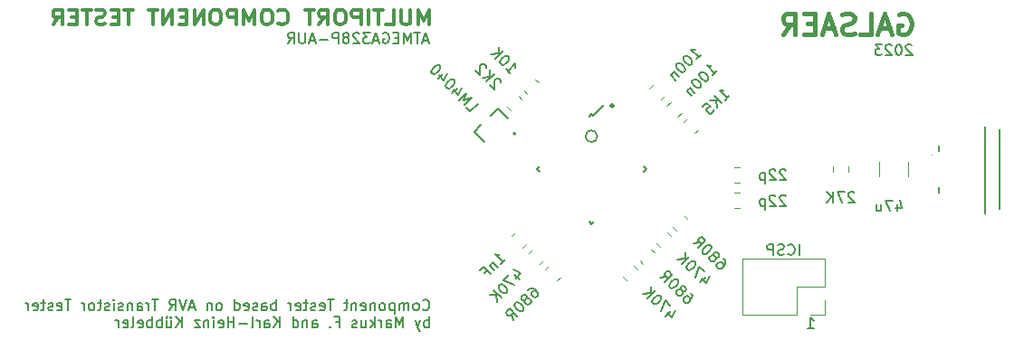
<source format=gbr>
%TF.GenerationSoftware,KiCad,Pcbnew,7.0.2*%
%TF.CreationDate,2024-05-08T22:38:03+07:00*%
%TF.ProjectId,multiport component tester,6d756c74-6970-46f7-9274-20636f6d706f,rev?*%
%TF.SameCoordinates,Original*%
%TF.FileFunction,Legend,Bot*%
%TF.FilePolarity,Positive*%
%FSLAX46Y46*%
G04 Gerber Fmt 4.6, Leading zero omitted, Abs format (unit mm)*
G04 Created by KiCad (PCBNEW 7.0.2) date 2024-05-08 22:38:03*
%MOMM*%
%LPD*%
G01*
G04 APERTURE LIST*
%ADD10C,0.220000*%
%ADD11C,0.200000*%
%ADD12C,0.450000*%
%ADD13C,0.150000*%
%ADD14C,0.320000*%
%ADD15C,0.140000*%
%ADD16C,0.180000*%
%ADD17C,0.120000*%
%ADD18C,0.127000*%
%ADD19C,0.100000*%
G04 APERTURE END LIST*
D10*
X125341421Y-87500000D02*
G75*
G03*
X125341421Y-87500000I-141421J0D01*
G01*
D11*
X123800000Y-90360000D02*
G75*
G03*
X123800000Y-90360000I-551543J0D01*
G01*
D12*
X152026190Y-78940476D02*
X152216666Y-78845238D01*
X152216666Y-78845238D02*
X152502380Y-78845238D01*
X152502380Y-78845238D02*
X152788095Y-78940476D01*
X152788095Y-78940476D02*
X152978571Y-79130952D01*
X152978571Y-79130952D02*
X153073809Y-79321428D01*
X153073809Y-79321428D02*
X153169047Y-79702380D01*
X153169047Y-79702380D02*
X153169047Y-79988095D01*
X153169047Y-79988095D02*
X153073809Y-80369047D01*
X153073809Y-80369047D02*
X152978571Y-80559523D01*
X152978571Y-80559523D02*
X152788095Y-80750000D01*
X152788095Y-80750000D02*
X152502380Y-80845238D01*
X152502380Y-80845238D02*
X152311904Y-80845238D01*
X152311904Y-80845238D02*
X152026190Y-80750000D01*
X152026190Y-80750000D02*
X151930952Y-80654761D01*
X151930952Y-80654761D02*
X151930952Y-79988095D01*
X151930952Y-79988095D02*
X152311904Y-79988095D01*
X151169047Y-80273809D02*
X150216666Y-80273809D01*
X151359523Y-80845238D02*
X150692857Y-78845238D01*
X150692857Y-78845238D02*
X150026190Y-80845238D01*
X148407142Y-80845238D02*
X149359523Y-80845238D01*
X149359523Y-80845238D02*
X149359523Y-78845238D01*
X147835713Y-80750000D02*
X147549999Y-80845238D01*
X147549999Y-80845238D02*
X147073808Y-80845238D01*
X147073808Y-80845238D02*
X146883332Y-80750000D01*
X146883332Y-80750000D02*
X146788094Y-80654761D01*
X146788094Y-80654761D02*
X146692856Y-80464285D01*
X146692856Y-80464285D02*
X146692856Y-80273809D01*
X146692856Y-80273809D02*
X146788094Y-80083333D01*
X146788094Y-80083333D02*
X146883332Y-79988095D01*
X146883332Y-79988095D02*
X147073808Y-79892857D01*
X147073808Y-79892857D02*
X147454761Y-79797619D01*
X147454761Y-79797619D02*
X147645237Y-79702380D01*
X147645237Y-79702380D02*
X147740475Y-79607142D01*
X147740475Y-79607142D02*
X147835713Y-79416666D01*
X147835713Y-79416666D02*
X147835713Y-79226190D01*
X147835713Y-79226190D02*
X147740475Y-79035714D01*
X147740475Y-79035714D02*
X147645237Y-78940476D01*
X147645237Y-78940476D02*
X147454761Y-78845238D01*
X147454761Y-78845238D02*
X146978570Y-78845238D01*
X146978570Y-78845238D02*
X146692856Y-78940476D01*
X145930951Y-80273809D02*
X144978570Y-80273809D01*
X146121427Y-80845238D02*
X145454761Y-78845238D01*
X145454761Y-78845238D02*
X144788094Y-80845238D01*
X144121427Y-79797619D02*
X143454760Y-79797619D01*
X143169046Y-80845238D02*
X144121427Y-80845238D01*
X144121427Y-80845238D02*
X144121427Y-78845238D01*
X144121427Y-78845238D02*
X143169046Y-78845238D01*
X141169046Y-80845238D02*
X141835713Y-79892857D01*
X142311903Y-80845238D02*
X142311903Y-78845238D01*
X142311903Y-78845238D02*
X141549998Y-78845238D01*
X141549998Y-78845238D02*
X141359522Y-78940476D01*
X141359522Y-78940476D02*
X141264284Y-79035714D01*
X141264284Y-79035714D02*
X141169046Y-79226190D01*
X141169046Y-79226190D02*
X141169046Y-79511904D01*
X141169046Y-79511904D02*
X141264284Y-79702380D01*
X141264284Y-79702380D02*
X141359522Y-79797619D01*
X141359522Y-79797619D02*
X141549998Y-79892857D01*
X141549998Y-79892857D02*
X142311903Y-79892857D01*
D13*
X114791612Y-85339013D02*
X114791612Y-85271669D01*
X114791612Y-85271669D02*
X114757940Y-85170654D01*
X114757940Y-85170654D02*
X114589582Y-85002295D01*
X114589582Y-85002295D02*
X114488566Y-84968624D01*
X114488566Y-84968624D02*
X114421223Y-84968624D01*
X114421223Y-84968624D02*
X114320208Y-85002295D01*
X114320208Y-85002295D02*
X114252864Y-85069639D01*
X114252864Y-85069639D02*
X114185521Y-85204326D01*
X114185521Y-85204326D02*
X114185521Y-86012448D01*
X114185521Y-86012448D02*
X113747788Y-85574715D01*
X113444742Y-85271669D02*
X114151849Y-84564562D01*
X113040681Y-84867608D02*
X113747788Y-84766593D01*
X113747788Y-84160501D02*
X113747788Y-84968624D01*
X113411070Y-83958471D02*
X113411070Y-83891127D01*
X113411070Y-83891127D02*
X113377399Y-83790112D01*
X113377399Y-83790112D02*
X113209040Y-83621753D01*
X113209040Y-83621753D02*
X113108025Y-83588082D01*
X113108025Y-83588082D02*
X113040681Y-83588082D01*
X113040681Y-83588082D02*
X112939666Y-83621753D01*
X112939666Y-83621753D02*
X112872322Y-83689097D01*
X112872322Y-83689097D02*
X112804979Y-83823784D01*
X112804979Y-83823784D02*
X112804979Y-84631906D01*
X112804979Y-84631906D02*
X112367246Y-84194173D01*
X111581460Y-87708387D02*
X111918177Y-88045104D01*
X111918177Y-88045104D02*
X112625284Y-87337998D01*
X111345757Y-87472684D02*
X112052864Y-86765578D01*
X112052864Y-86765578D02*
X111312085Y-87034952D01*
X111312085Y-87034952D02*
X111581459Y-86294173D01*
X111581459Y-86294173D02*
X110874353Y-87001280D01*
X110705994Y-85890112D02*
X110234590Y-86361517D01*
X111143727Y-85789097D02*
X110807009Y-86462532D01*
X110807009Y-86462532D02*
X110369277Y-86024799D01*
X110436620Y-85149334D02*
X110369277Y-85081990D01*
X110369277Y-85081990D02*
X110268261Y-85048318D01*
X110268261Y-85048318D02*
X110200918Y-85048318D01*
X110200918Y-85048318D02*
X110099902Y-85081990D01*
X110099902Y-85081990D02*
X109931544Y-85183005D01*
X109931544Y-85183005D02*
X109763185Y-85351364D01*
X109763185Y-85351364D02*
X109662170Y-85519723D01*
X109662170Y-85519723D02*
X109628498Y-85620738D01*
X109628498Y-85620738D02*
X109628498Y-85688082D01*
X109628498Y-85688082D02*
X109662170Y-85789097D01*
X109662170Y-85789097D02*
X109729513Y-85856440D01*
X109729513Y-85856440D02*
X109830528Y-85890112D01*
X109830528Y-85890112D02*
X109897872Y-85890112D01*
X109897872Y-85890112D02*
X109998887Y-85856440D01*
X109998887Y-85856440D02*
X110167246Y-85755425D01*
X110167246Y-85755425D02*
X110335605Y-85587066D01*
X110335605Y-85587066D02*
X110436620Y-85418708D01*
X110436620Y-85418708D02*
X110470292Y-85317692D01*
X110470292Y-85317692D02*
X110470292Y-85250349D01*
X110470292Y-85250349D02*
X110436620Y-85149334D01*
X109359124Y-84543242D02*
X108887719Y-85014647D01*
X109796857Y-84442227D02*
X109460139Y-85115662D01*
X109460139Y-85115662D02*
X109022406Y-84677929D01*
X109089750Y-83802464D02*
X109022406Y-83735120D01*
X109022406Y-83735120D02*
X108921391Y-83701448D01*
X108921391Y-83701448D02*
X108854048Y-83701448D01*
X108854048Y-83701448D02*
X108753032Y-83735120D01*
X108753032Y-83735120D02*
X108584674Y-83836135D01*
X108584674Y-83836135D02*
X108416315Y-84004494D01*
X108416315Y-84004494D02*
X108315300Y-84172853D01*
X108315300Y-84172853D02*
X108281628Y-84273868D01*
X108281628Y-84273868D02*
X108281628Y-84341212D01*
X108281628Y-84341212D02*
X108315300Y-84442227D01*
X108315300Y-84442227D02*
X108382643Y-84509570D01*
X108382643Y-84509570D02*
X108483658Y-84543242D01*
X108483658Y-84543242D02*
X108551002Y-84543242D01*
X108551002Y-84543242D02*
X108652017Y-84509570D01*
X108652017Y-84509570D02*
X108820376Y-84408555D01*
X108820376Y-84408555D02*
X108988735Y-84240196D01*
X108988735Y-84240196D02*
X109089750Y-84071838D01*
X109089750Y-84071838D02*
X109123422Y-83970822D01*
X109123422Y-83970822D02*
X109123422Y-83903479D01*
X109123422Y-83903479D02*
X109089750Y-83802464D01*
X141409523Y-93572857D02*
X141361904Y-93525238D01*
X141361904Y-93525238D02*
X141266666Y-93477619D01*
X141266666Y-93477619D02*
X141028571Y-93477619D01*
X141028571Y-93477619D02*
X140933333Y-93525238D01*
X140933333Y-93525238D02*
X140885714Y-93572857D01*
X140885714Y-93572857D02*
X140838095Y-93668095D01*
X140838095Y-93668095D02*
X140838095Y-93763333D01*
X140838095Y-93763333D02*
X140885714Y-93906190D01*
X140885714Y-93906190D02*
X141457142Y-94477619D01*
X141457142Y-94477619D02*
X140838095Y-94477619D01*
X140457142Y-93572857D02*
X140409523Y-93525238D01*
X140409523Y-93525238D02*
X140314285Y-93477619D01*
X140314285Y-93477619D02*
X140076190Y-93477619D01*
X140076190Y-93477619D02*
X139980952Y-93525238D01*
X139980952Y-93525238D02*
X139933333Y-93572857D01*
X139933333Y-93572857D02*
X139885714Y-93668095D01*
X139885714Y-93668095D02*
X139885714Y-93763333D01*
X139885714Y-93763333D02*
X139933333Y-93906190D01*
X139933333Y-93906190D02*
X140504761Y-94477619D01*
X140504761Y-94477619D02*
X139885714Y-94477619D01*
X139457142Y-93810952D02*
X139457142Y-94810952D01*
X139457142Y-93858571D02*
X139361904Y-93810952D01*
X139361904Y-93810952D02*
X139171428Y-93810952D01*
X139171428Y-93810952D02*
X139076190Y-93858571D01*
X139076190Y-93858571D02*
X139028571Y-93906190D01*
X139028571Y-93906190D02*
X138980952Y-94001428D01*
X138980952Y-94001428D02*
X138980952Y-94287142D01*
X138980952Y-94287142D02*
X139028571Y-94382380D01*
X139028571Y-94382380D02*
X139076190Y-94430000D01*
X139076190Y-94430000D02*
X139171428Y-94477619D01*
X139171428Y-94477619D02*
X139361904Y-94477619D01*
X139361904Y-94477619D02*
X139457142Y-94430000D01*
X133074715Y-83152211D02*
X133478776Y-82748150D01*
X133276746Y-82950181D02*
X132569639Y-82243074D01*
X132569639Y-82243074D02*
X132737998Y-82276746D01*
X132737998Y-82276746D02*
X132872685Y-82276746D01*
X132872685Y-82276746D02*
X132973700Y-82243074D01*
X131929875Y-82882837D02*
X131862532Y-82950181D01*
X131862532Y-82950181D02*
X131828860Y-83051196D01*
X131828860Y-83051196D02*
X131828860Y-83118539D01*
X131828860Y-83118539D02*
X131862532Y-83219555D01*
X131862532Y-83219555D02*
X131963547Y-83387913D01*
X131963547Y-83387913D02*
X132131906Y-83556272D01*
X132131906Y-83556272D02*
X132300265Y-83657287D01*
X132300265Y-83657287D02*
X132401280Y-83690959D01*
X132401280Y-83690959D02*
X132468624Y-83690959D01*
X132468624Y-83690959D02*
X132569639Y-83657287D01*
X132569639Y-83657287D02*
X132636982Y-83589944D01*
X132636982Y-83589944D02*
X132670654Y-83488929D01*
X132670654Y-83488929D02*
X132670654Y-83421585D01*
X132670654Y-83421585D02*
X132636982Y-83320570D01*
X132636982Y-83320570D02*
X132535967Y-83152211D01*
X132535967Y-83152211D02*
X132367608Y-82983852D01*
X132367608Y-82983852D02*
X132199250Y-82882837D01*
X132199250Y-82882837D02*
X132098234Y-82849165D01*
X132098234Y-82849165D02*
X132030891Y-82849165D01*
X132030891Y-82849165D02*
X131929875Y-82882837D01*
X131256440Y-83556272D02*
X131189097Y-83623616D01*
X131189097Y-83623616D02*
X131155425Y-83724631D01*
X131155425Y-83724631D02*
X131155425Y-83791974D01*
X131155425Y-83791974D02*
X131189097Y-83892990D01*
X131189097Y-83892990D02*
X131290112Y-84061348D01*
X131290112Y-84061348D02*
X131458471Y-84229707D01*
X131458471Y-84229707D02*
X131626830Y-84330722D01*
X131626830Y-84330722D02*
X131727845Y-84364394D01*
X131727845Y-84364394D02*
X131795188Y-84364394D01*
X131795188Y-84364394D02*
X131896204Y-84330722D01*
X131896204Y-84330722D02*
X131963547Y-84263379D01*
X131963547Y-84263379D02*
X131997219Y-84162364D01*
X131997219Y-84162364D02*
X131997219Y-84095020D01*
X131997219Y-84095020D02*
X131963547Y-83994005D01*
X131963547Y-83994005D02*
X131862532Y-83825646D01*
X131862532Y-83825646D02*
X131694173Y-83657287D01*
X131694173Y-83657287D02*
X131525814Y-83556272D01*
X131525814Y-83556272D02*
X131424799Y-83522600D01*
X131424799Y-83522600D02*
X131357456Y-83522600D01*
X131357456Y-83522600D02*
X131256440Y-83556272D01*
X130953395Y-84330723D02*
X131424799Y-84802127D01*
X131020738Y-84398066D02*
X130953395Y-84398066D01*
X130953395Y-84398066D02*
X130852379Y-84431738D01*
X130852379Y-84431738D02*
X130751364Y-84532753D01*
X130751364Y-84532753D02*
X130717692Y-84633768D01*
X130717692Y-84633768D02*
X130751364Y-84734784D01*
X130751364Y-84734784D02*
X131121753Y-85105173D01*
X130686536Y-106770654D02*
X130215131Y-107242059D01*
X131124269Y-106669639D02*
X130787551Y-107343074D01*
X130787551Y-107343074D02*
X130349818Y-106905341D01*
X130619192Y-106231906D02*
X130147788Y-105760501D01*
X130147788Y-105760501D02*
X129743727Y-106770654D01*
X129743727Y-105356440D02*
X129676383Y-105289097D01*
X129676383Y-105289097D02*
X129575368Y-105255425D01*
X129575368Y-105255425D02*
X129508025Y-105255425D01*
X129508025Y-105255425D02*
X129407009Y-105289097D01*
X129407009Y-105289097D02*
X129238651Y-105390112D01*
X129238651Y-105390112D02*
X129070292Y-105558471D01*
X129070292Y-105558471D02*
X128969277Y-105726830D01*
X128969277Y-105726830D02*
X128935605Y-105827845D01*
X128935605Y-105827845D02*
X128935605Y-105895188D01*
X128935605Y-105895188D02*
X128969277Y-105996204D01*
X128969277Y-105996204D02*
X129036620Y-106063547D01*
X129036620Y-106063547D02*
X129137635Y-106097219D01*
X129137635Y-106097219D02*
X129204979Y-106097219D01*
X129204979Y-106097219D02*
X129305994Y-106063547D01*
X129305994Y-106063547D02*
X129474353Y-105962532D01*
X129474353Y-105962532D02*
X129642712Y-105794173D01*
X129642712Y-105794173D02*
X129743727Y-105625814D01*
X129743727Y-105625814D02*
X129777399Y-105524799D01*
X129777399Y-105524799D02*
X129777399Y-105457456D01*
X129777399Y-105457456D02*
X129743727Y-105356440D01*
X128497872Y-105524799D02*
X129204979Y-104817692D01*
X128093811Y-105120738D02*
X128800918Y-105019723D01*
X128800918Y-104413631D02*
X128800918Y-105221753D01*
X147809523Y-95672857D02*
X147761904Y-95625238D01*
X147761904Y-95625238D02*
X147666666Y-95577619D01*
X147666666Y-95577619D02*
X147428571Y-95577619D01*
X147428571Y-95577619D02*
X147333333Y-95625238D01*
X147333333Y-95625238D02*
X147285714Y-95672857D01*
X147285714Y-95672857D02*
X147238095Y-95768095D01*
X147238095Y-95768095D02*
X147238095Y-95863333D01*
X147238095Y-95863333D02*
X147285714Y-96006190D01*
X147285714Y-96006190D02*
X147857142Y-96577619D01*
X147857142Y-96577619D02*
X147238095Y-96577619D01*
X146904761Y-95577619D02*
X146238095Y-95577619D01*
X146238095Y-95577619D02*
X146666666Y-96577619D01*
X145857142Y-96577619D02*
X145857142Y-95577619D01*
X145285714Y-96577619D02*
X145714285Y-96006190D01*
X145285714Y-95577619D02*
X145857142Y-96149047D01*
X135724715Y-86982211D02*
X136128776Y-86578150D01*
X135926746Y-86780181D02*
X135219639Y-86073074D01*
X135219639Y-86073074D02*
X135387998Y-86106746D01*
X135387998Y-86106746D02*
X135522685Y-86106746D01*
X135522685Y-86106746D02*
X135623700Y-86073074D01*
X135421669Y-87285257D02*
X134714562Y-86578150D01*
X135017608Y-87689318D02*
X134916593Y-86982211D01*
X134310501Y-86982211D02*
X135118624Y-86982211D01*
X133670738Y-87621974D02*
X134007456Y-87285257D01*
X134007456Y-87285257D02*
X134377845Y-87588303D01*
X134377845Y-87588303D02*
X134310501Y-87588303D01*
X134310501Y-87588303D02*
X134209486Y-87621974D01*
X134209486Y-87621974D02*
X134041127Y-87790333D01*
X134041127Y-87790333D02*
X134007456Y-87891348D01*
X134007456Y-87891348D02*
X134007456Y-87958692D01*
X134007456Y-87958692D02*
X134041127Y-88059707D01*
X134041127Y-88059707D02*
X134209486Y-88228066D01*
X134209486Y-88228066D02*
X134310501Y-88261738D01*
X134310501Y-88261738D02*
X134377845Y-88261738D01*
X134377845Y-88261738D02*
X134478860Y-88228066D01*
X134478860Y-88228066D02*
X134647219Y-88059707D01*
X134647219Y-88059707D02*
X134680891Y-87958692D01*
X134680891Y-87958692D02*
X134680891Y-87891348D01*
X141409523Y-95972857D02*
X141361904Y-95925238D01*
X141361904Y-95925238D02*
X141266666Y-95877619D01*
X141266666Y-95877619D02*
X141028571Y-95877619D01*
X141028571Y-95877619D02*
X140933333Y-95925238D01*
X140933333Y-95925238D02*
X140885714Y-95972857D01*
X140885714Y-95972857D02*
X140838095Y-96068095D01*
X140838095Y-96068095D02*
X140838095Y-96163333D01*
X140838095Y-96163333D02*
X140885714Y-96306190D01*
X140885714Y-96306190D02*
X141457142Y-96877619D01*
X141457142Y-96877619D02*
X140838095Y-96877619D01*
X140457142Y-95972857D02*
X140409523Y-95925238D01*
X140409523Y-95925238D02*
X140314285Y-95877619D01*
X140314285Y-95877619D02*
X140076190Y-95877619D01*
X140076190Y-95877619D02*
X139980952Y-95925238D01*
X139980952Y-95925238D02*
X139933333Y-95972857D01*
X139933333Y-95972857D02*
X139885714Y-96068095D01*
X139885714Y-96068095D02*
X139885714Y-96163333D01*
X139885714Y-96163333D02*
X139933333Y-96306190D01*
X139933333Y-96306190D02*
X140504761Y-96877619D01*
X140504761Y-96877619D02*
X139885714Y-96877619D01*
X139457142Y-96210952D02*
X139457142Y-97210952D01*
X139457142Y-96258571D02*
X139361904Y-96210952D01*
X139361904Y-96210952D02*
X139171428Y-96210952D01*
X139171428Y-96210952D02*
X139076190Y-96258571D01*
X139076190Y-96258571D02*
X139028571Y-96306190D01*
X139028571Y-96306190D02*
X138980952Y-96401428D01*
X138980952Y-96401428D02*
X138980952Y-96687142D01*
X138980952Y-96687142D02*
X139028571Y-96782380D01*
X139028571Y-96782380D02*
X139076190Y-96830000D01*
X139076190Y-96830000D02*
X139171428Y-96877619D01*
X139171428Y-96877619D02*
X139361904Y-96877619D01*
X139361904Y-96877619D02*
X139457142Y-96830000D01*
X114774715Y-102352211D02*
X115178776Y-101948150D01*
X114976746Y-102150181D02*
X114269639Y-101443074D01*
X114269639Y-101443074D02*
X114437998Y-101476746D01*
X114437998Y-101476746D02*
X114572685Y-101476746D01*
X114572685Y-101476746D02*
X114673700Y-101443074D01*
X114000265Y-102183852D02*
X114471669Y-102655257D01*
X114067608Y-102251196D02*
X114000265Y-102251196D01*
X114000265Y-102251196D02*
X113899250Y-102284868D01*
X113899250Y-102284868D02*
X113798234Y-102385883D01*
X113798234Y-102385883D02*
X113764562Y-102486898D01*
X113764562Y-102486898D02*
X113798234Y-102587913D01*
X113798234Y-102587913D02*
X114168624Y-102958303D01*
X113225814Y-103160333D02*
X113461517Y-102924631D01*
X113831906Y-103295020D02*
X113124799Y-102587913D01*
X113124799Y-102587913D02*
X112788082Y-102924631D01*
X143468095Y-108367619D02*
X144039523Y-108367619D01*
X143753809Y-108367619D02*
X143753809Y-107367619D01*
X143753809Y-107367619D02*
X143849047Y-107510476D01*
X143849047Y-107510476D02*
X143944285Y-107605714D01*
X143944285Y-107605714D02*
X144039523Y-107653333D01*
X107490476Y-106562380D02*
X107538095Y-106610000D01*
X107538095Y-106610000D02*
X107680952Y-106657619D01*
X107680952Y-106657619D02*
X107776190Y-106657619D01*
X107776190Y-106657619D02*
X107919047Y-106610000D01*
X107919047Y-106610000D02*
X108014285Y-106514761D01*
X108014285Y-106514761D02*
X108061904Y-106419523D01*
X108061904Y-106419523D02*
X108109523Y-106229047D01*
X108109523Y-106229047D02*
X108109523Y-106086190D01*
X108109523Y-106086190D02*
X108061904Y-105895714D01*
X108061904Y-105895714D02*
X108014285Y-105800476D01*
X108014285Y-105800476D02*
X107919047Y-105705238D01*
X107919047Y-105705238D02*
X107776190Y-105657619D01*
X107776190Y-105657619D02*
X107680952Y-105657619D01*
X107680952Y-105657619D02*
X107538095Y-105705238D01*
X107538095Y-105705238D02*
X107490476Y-105752857D01*
X106919047Y-106657619D02*
X107014285Y-106610000D01*
X107014285Y-106610000D02*
X107061904Y-106562380D01*
X107061904Y-106562380D02*
X107109523Y-106467142D01*
X107109523Y-106467142D02*
X107109523Y-106181428D01*
X107109523Y-106181428D02*
X107061904Y-106086190D01*
X107061904Y-106086190D02*
X107014285Y-106038571D01*
X107014285Y-106038571D02*
X106919047Y-105990952D01*
X106919047Y-105990952D02*
X106776190Y-105990952D01*
X106776190Y-105990952D02*
X106680952Y-106038571D01*
X106680952Y-106038571D02*
X106633333Y-106086190D01*
X106633333Y-106086190D02*
X106585714Y-106181428D01*
X106585714Y-106181428D02*
X106585714Y-106467142D01*
X106585714Y-106467142D02*
X106633333Y-106562380D01*
X106633333Y-106562380D02*
X106680952Y-106610000D01*
X106680952Y-106610000D02*
X106776190Y-106657619D01*
X106776190Y-106657619D02*
X106919047Y-106657619D01*
X106157142Y-106657619D02*
X106157142Y-105990952D01*
X106157142Y-106086190D02*
X106109523Y-106038571D01*
X106109523Y-106038571D02*
X106014285Y-105990952D01*
X106014285Y-105990952D02*
X105871428Y-105990952D01*
X105871428Y-105990952D02*
X105776190Y-106038571D01*
X105776190Y-106038571D02*
X105728571Y-106133809D01*
X105728571Y-106133809D02*
X105728571Y-106657619D01*
X105728571Y-106133809D02*
X105680952Y-106038571D01*
X105680952Y-106038571D02*
X105585714Y-105990952D01*
X105585714Y-105990952D02*
X105442857Y-105990952D01*
X105442857Y-105990952D02*
X105347618Y-106038571D01*
X105347618Y-106038571D02*
X105299999Y-106133809D01*
X105299999Y-106133809D02*
X105299999Y-106657619D01*
X104823809Y-105990952D02*
X104823809Y-106990952D01*
X104823809Y-106038571D02*
X104728571Y-105990952D01*
X104728571Y-105990952D02*
X104538095Y-105990952D01*
X104538095Y-105990952D02*
X104442857Y-106038571D01*
X104442857Y-106038571D02*
X104395238Y-106086190D01*
X104395238Y-106086190D02*
X104347619Y-106181428D01*
X104347619Y-106181428D02*
X104347619Y-106467142D01*
X104347619Y-106467142D02*
X104395238Y-106562380D01*
X104395238Y-106562380D02*
X104442857Y-106610000D01*
X104442857Y-106610000D02*
X104538095Y-106657619D01*
X104538095Y-106657619D02*
X104728571Y-106657619D01*
X104728571Y-106657619D02*
X104823809Y-106610000D01*
X103776190Y-106657619D02*
X103871428Y-106610000D01*
X103871428Y-106610000D02*
X103919047Y-106562380D01*
X103919047Y-106562380D02*
X103966666Y-106467142D01*
X103966666Y-106467142D02*
X103966666Y-106181428D01*
X103966666Y-106181428D02*
X103919047Y-106086190D01*
X103919047Y-106086190D02*
X103871428Y-106038571D01*
X103871428Y-106038571D02*
X103776190Y-105990952D01*
X103776190Y-105990952D02*
X103633333Y-105990952D01*
X103633333Y-105990952D02*
X103538095Y-106038571D01*
X103538095Y-106038571D02*
X103490476Y-106086190D01*
X103490476Y-106086190D02*
X103442857Y-106181428D01*
X103442857Y-106181428D02*
X103442857Y-106467142D01*
X103442857Y-106467142D02*
X103490476Y-106562380D01*
X103490476Y-106562380D02*
X103538095Y-106610000D01*
X103538095Y-106610000D02*
X103633333Y-106657619D01*
X103633333Y-106657619D02*
X103776190Y-106657619D01*
X103014285Y-105990952D02*
X103014285Y-106657619D01*
X103014285Y-106086190D02*
X102966666Y-106038571D01*
X102966666Y-106038571D02*
X102871428Y-105990952D01*
X102871428Y-105990952D02*
X102728571Y-105990952D01*
X102728571Y-105990952D02*
X102633333Y-106038571D01*
X102633333Y-106038571D02*
X102585714Y-106133809D01*
X102585714Y-106133809D02*
X102585714Y-106657619D01*
X101728571Y-106610000D02*
X101823809Y-106657619D01*
X101823809Y-106657619D02*
X102014285Y-106657619D01*
X102014285Y-106657619D02*
X102109523Y-106610000D01*
X102109523Y-106610000D02*
X102157142Y-106514761D01*
X102157142Y-106514761D02*
X102157142Y-106133809D01*
X102157142Y-106133809D02*
X102109523Y-106038571D01*
X102109523Y-106038571D02*
X102014285Y-105990952D01*
X102014285Y-105990952D02*
X101823809Y-105990952D01*
X101823809Y-105990952D02*
X101728571Y-106038571D01*
X101728571Y-106038571D02*
X101680952Y-106133809D01*
X101680952Y-106133809D02*
X101680952Y-106229047D01*
X101680952Y-106229047D02*
X102157142Y-106324285D01*
X101252380Y-105990952D02*
X101252380Y-106657619D01*
X101252380Y-106086190D02*
X101204761Y-106038571D01*
X101204761Y-106038571D02*
X101109523Y-105990952D01*
X101109523Y-105990952D02*
X100966666Y-105990952D01*
X100966666Y-105990952D02*
X100871428Y-106038571D01*
X100871428Y-106038571D02*
X100823809Y-106133809D01*
X100823809Y-106133809D02*
X100823809Y-106657619D01*
X100490475Y-105990952D02*
X100109523Y-105990952D01*
X100347618Y-105657619D02*
X100347618Y-106514761D01*
X100347618Y-106514761D02*
X100299999Y-106610000D01*
X100299999Y-106610000D02*
X100204761Y-106657619D01*
X100204761Y-106657619D02*
X100109523Y-106657619D01*
X99157141Y-105657619D02*
X98585713Y-105657619D01*
X98871427Y-106657619D02*
X98871427Y-105657619D01*
X97871427Y-106610000D02*
X97966665Y-106657619D01*
X97966665Y-106657619D02*
X98157141Y-106657619D01*
X98157141Y-106657619D02*
X98252379Y-106610000D01*
X98252379Y-106610000D02*
X98299998Y-106514761D01*
X98299998Y-106514761D02*
X98299998Y-106133809D01*
X98299998Y-106133809D02*
X98252379Y-106038571D01*
X98252379Y-106038571D02*
X98157141Y-105990952D01*
X98157141Y-105990952D02*
X97966665Y-105990952D01*
X97966665Y-105990952D02*
X97871427Y-106038571D01*
X97871427Y-106038571D02*
X97823808Y-106133809D01*
X97823808Y-106133809D02*
X97823808Y-106229047D01*
X97823808Y-106229047D02*
X98299998Y-106324285D01*
X97442855Y-106610000D02*
X97347617Y-106657619D01*
X97347617Y-106657619D02*
X97157141Y-106657619D01*
X97157141Y-106657619D02*
X97061903Y-106610000D01*
X97061903Y-106610000D02*
X97014284Y-106514761D01*
X97014284Y-106514761D02*
X97014284Y-106467142D01*
X97014284Y-106467142D02*
X97061903Y-106371904D01*
X97061903Y-106371904D02*
X97157141Y-106324285D01*
X97157141Y-106324285D02*
X97299998Y-106324285D01*
X97299998Y-106324285D02*
X97395236Y-106276666D01*
X97395236Y-106276666D02*
X97442855Y-106181428D01*
X97442855Y-106181428D02*
X97442855Y-106133809D01*
X97442855Y-106133809D02*
X97395236Y-106038571D01*
X97395236Y-106038571D02*
X97299998Y-105990952D01*
X97299998Y-105990952D02*
X97157141Y-105990952D01*
X97157141Y-105990952D02*
X97061903Y-106038571D01*
X96728569Y-105990952D02*
X96347617Y-105990952D01*
X96585712Y-105657619D02*
X96585712Y-106514761D01*
X96585712Y-106514761D02*
X96538093Y-106610000D01*
X96538093Y-106610000D02*
X96442855Y-106657619D01*
X96442855Y-106657619D02*
X96347617Y-106657619D01*
X95633331Y-106610000D02*
X95728569Y-106657619D01*
X95728569Y-106657619D02*
X95919045Y-106657619D01*
X95919045Y-106657619D02*
X96014283Y-106610000D01*
X96014283Y-106610000D02*
X96061902Y-106514761D01*
X96061902Y-106514761D02*
X96061902Y-106133809D01*
X96061902Y-106133809D02*
X96014283Y-106038571D01*
X96014283Y-106038571D02*
X95919045Y-105990952D01*
X95919045Y-105990952D02*
X95728569Y-105990952D01*
X95728569Y-105990952D02*
X95633331Y-106038571D01*
X95633331Y-106038571D02*
X95585712Y-106133809D01*
X95585712Y-106133809D02*
X95585712Y-106229047D01*
X95585712Y-106229047D02*
X96061902Y-106324285D01*
X95157140Y-106657619D02*
X95157140Y-105990952D01*
X95157140Y-106181428D02*
X95109521Y-106086190D01*
X95109521Y-106086190D02*
X95061902Y-106038571D01*
X95061902Y-106038571D02*
X94966664Y-105990952D01*
X94966664Y-105990952D02*
X94871426Y-105990952D01*
X93776187Y-106657619D02*
X93776187Y-105657619D01*
X93776187Y-106038571D02*
X93680949Y-105990952D01*
X93680949Y-105990952D02*
X93490473Y-105990952D01*
X93490473Y-105990952D02*
X93395235Y-106038571D01*
X93395235Y-106038571D02*
X93347616Y-106086190D01*
X93347616Y-106086190D02*
X93299997Y-106181428D01*
X93299997Y-106181428D02*
X93299997Y-106467142D01*
X93299997Y-106467142D02*
X93347616Y-106562380D01*
X93347616Y-106562380D02*
X93395235Y-106610000D01*
X93395235Y-106610000D02*
X93490473Y-106657619D01*
X93490473Y-106657619D02*
X93680949Y-106657619D01*
X93680949Y-106657619D02*
X93776187Y-106610000D01*
X92442854Y-106657619D02*
X92442854Y-106133809D01*
X92442854Y-106133809D02*
X92490473Y-106038571D01*
X92490473Y-106038571D02*
X92585711Y-105990952D01*
X92585711Y-105990952D02*
X92776187Y-105990952D01*
X92776187Y-105990952D02*
X92871425Y-106038571D01*
X92442854Y-106610000D02*
X92538092Y-106657619D01*
X92538092Y-106657619D02*
X92776187Y-106657619D01*
X92776187Y-106657619D02*
X92871425Y-106610000D01*
X92871425Y-106610000D02*
X92919044Y-106514761D01*
X92919044Y-106514761D02*
X92919044Y-106419523D01*
X92919044Y-106419523D02*
X92871425Y-106324285D01*
X92871425Y-106324285D02*
X92776187Y-106276666D01*
X92776187Y-106276666D02*
X92538092Y-106276666D01*
X92538092Y-106276666D02*
X92442854Y-106229047D01*
X92014282Y-106610000D02*
X91919044Y-106657619D01*
X91919044Y-106657619D02*
X91728568Y-106657619D01*
X91728568Y-106657619D02*
X91633330Y-106610000D01*
X91633330Y-106610000D02*
X91585711Y-106514761D01*
X91585711Y-106514761D02*
X91585711Y-106467142D01*
X91585711Y-106467142D02*
X91633330Y-106371904D01*
X91633330Y-106371904D02*
X91728568Y-106324285D01*
X91728568Y-106324285D02*
X91871425Y-106324285D01*
X91871425Y-106324285D02*
X91966663Y-106276666D01*
X91966663Y-106276666D02*
X92014282Y-106181428D01*
X92014282Y-106181428D02*
X92014282Y-106133809D01*
X92014282Y-106133809D02*
X91966663Y-106038571D01*
X91966663Y-106038571D02*
X91871425Y-105990952D01*
X91871425Y-105990952D02*
X91728568Y-105990952D01*
X91728568Y-105990952D02*
X91633330Y-106038571D01*
X90776187Y-106610000D02*
X90871425Y-106657619D01*
X90871425Y-106657619D02*
X91061901Y-106657619D01*
X91061901Y-106657619D02*
X91157139Y-106610000D01*
X91157139Y-106610000D02*
X91204758Y-106514761D01*
X91204758Y-106514761D02*
X91204758Y-106133809D01*
X91204758Y-106133809D02*
X91157139Y-106038571D01*
X91157139Y-106038571D02*
X91061901Y-105990952D01*
X91061901Y-105990952D02*
X90871425Y-105990952D01*
X90871425Y-105990952D02*
X90776187Y-106038571D01*
X90776187Y-106038571D02*
X90728568Y-106133809D01*
X90728568Y-106133809D02*
X90728568Y-106229047D01*
X90728568Y-106229047D02*
X91204758Y-106324285D01*
X89871425Y-106657619D02*
X89871425Y-105657619D01*
X89871425Y-106610000D02*
X89966663Y-106657619D01*
X89966663Y-106657619D02*
X90157139Y-106657619D01*
X90157139Y-106657619D02*
X90252377Y-106610000D01*
X90252377Y-106610000D02*
X90299996Y-106562380D01*
X90299996Y-106562380D02*
X90347615Y-106467142D01*
X90347615Y-106467142D02*
X90347615Y-106181428D01*
X90347615Y-106181428D02*
X90299996Y-106086190D01*
X90299996Y-106086190D02*
X90252377Y-106038571D01*
X90252377Y-106038571D02*
X90157139Y-105990952D01*
X90157139Y-105990952D02*
X89966663Y-105990952D01*
X89966663Y-105990952D02*
X89871425Y-106038571D01*
X88490472Y-106657619D02*
X88585710Y-106610000D01*
X88585710Y-106610000D02*
X88633329Y-106562380D01*
X88633329Y-106562380D02*
X88680948Y-106467142D01*
X88680948Y-106467142D02*
X88680948Y-106181428D01*
X88680948Y-106181428D02*
X88633329Y-106086190D01*
X88633329Y-106086190D02*
X88585710Y-106038571D01*
X88585710Y-106038571D02*
X88490472Y-105990952D01*
X88490472Y-105990952D02*
X88347615Y-105990952D01*
X88347615Y-105990952D02*
X88252377Y-106038571D01*
X88252377Y-106038571D02*
X88204758Y-106086190D01*
X88204758Y-106086190D02*
X88157139Y-106181428D01*
X88157139Y-106181428D02*
X88157139Y-106467142D01*
X88157139Y-106467142D02*
X88204758Y-106562380D01*
X88204758Y-106562380D02*
X88252377Y-106610000D01*
X88252377Y-106610000D02*
X88347615Y-106657619D01*
X88347615Y-106657619D02*
X88490472Y-106657619D01*
X87728567Y-105990952D02*
X87728567Y-106657619D01*
X87728567Y-106086190D02*
X87680948Y-106038571D01*
X87680948Y-106038571D02*
X87585710Y-105990952D01*
X87585710Y-105990952D02*
X87442853Y-105990952D01*
X87442853Y-105990952D02*
X87347615Y-106038571D01*
X87347615Y-106038571D02*
X87299996Y-106133809D01*
X87299996Y-106133809D02*
X87299996Y-106657619D01*
X86109519Y-106371904D02*
X85633329Y-106371904D01*
X86204757Y-106657619D02*
X85871424Y-105657619D01*
X85871424Y-105657619D02*
X85538091Y-106657619D01*
X85347614Y-105657619D02*
X85014281Y-106657619D01*
X85014281Y-106657619D02*
X84680948Y-105657619D01*
X83776186Y-106657619D02*
X84109519Y-106181428D01*
X84347614Y-106657619D02*
X84347614Y-105657619D01*
X84347614Y-105657619D02*
X83966662Y-105657619D01*
X83966662Y-105657619D02*
X83871424Y-105705238D01*
X83871424Y-105705238D02*
X83823805Y-105752857D01*
X83823805Y-105752857D02*
X83776186Y-105848095D01*
X83776186Y-105848095D02*
X83776186Y-105990952D01*
X83776186Y-105990952D02*
X83823805Y-106086190D01*
X83823805Y-106086190D02*
X83871424Y-106133809D01*
X83871424Y-106133809D02*
X83966662Y-106181428D01*
X83966662Y-106181428D02*
X84347614Y-106181428D01*
X82728566Y-105657619D02*
X82157138Y-105657619D01*
X82442852Y-106657619D02*
X82442852Y-105657619D01*
X81823804Y-106657619D02*
X81823804Y-105990952D01*
X81823804Y-106181428D02*
X81776185Y-106086190D01*
X81776185Y-106086190D02*
X81728566Y-106038571D01*
X81728566Y-106038571D02*
X81633328Y-105990952D01*
X81633328Y-105990952D02*
X81538090Y-105990952D01*
X80776185Y-106657619D02*
X80776185Y-106133809D01*
X80776185Y-106133809D02*
X80823804Y-106038571D01*
X80823804Y-106038571D02*
X80919042Y-105990952D01*
X80919042Y-105990952D02*
X81109518Y-105990952D01*
X81109518Y-105990952D02*
X81204756Y-106038571D01*
X80776185Y-106610000D02*
X80871423Y-106657619D01*
X80871423Y-106657619D02*
X81109518Y-106657619D01*
X81109518Y-106657619D02*
X81204756Y-106610000D01*
X81204756Y-106610000D02*
X81252375Y-106514761D01*
X81252375Y-106514761D02*
X81252375Y-106419523D01*
X81252375Y-106419523D02*
X81204756Y-106324285D01*
X81204756Y-106324285D02*
X81109518Y-106276666D01*
X81109518Y-106276666D02*
X80871423Y-106276666D01*
X80871423Y-106276666D02*
X80776185Y-106229047D01*
X80299994Y-105990952D02*
X80299994Y-106657619D01*
X80299994Y-106086190D02*
X80252375Y-106038571D01*
X80252375Y-106038571D02*
X80157137Y-105990952D01*
X80157137Y-105990952D02*
X80014280Y-105990952D01*
X80014280Y-105990952D02*
X79919042Y-106038571D01*
X79919042Y-106038571D02*
X79871423Y-106133809D01*
X79871423Y-106133809D02*
X79871423Y-106657619D01*
X79442851Y-106610000D02*
X79347613Y-106657619D01*
X79347613Y-106657619D02*
X79157137Y-106657619D01*
X79157137Y-106657619D02*
X79061899Y-106610000D01*
X79061899Y-106610000D02*
X79014280Y-106514761D01*
X79014280Y-106514761D02*
X79014280Y-106467142D01*
X79014280Y-106467142D02*
X79061899Y-106371904D01*
X79061899Y-106371904D02*
X79157137Y-106324285D01*
X79157137Y-106324285D02*
X79299994Y-106324285D01*
X79299994Y-106324285D02*
X79395232Y-106276666D01*
X79395232Y-106276666D02*
X79442851Y-106181428D01*
X79442851Y-106181428D02*
X79442851Y-106133809D01*
X79442851Y-106133809D02*
X79395232Y-106038571D01*
X79395232Y-106038571D02*
X79299994Y-105990952D01*
X79299994Y-105990952D02*
X79157137Y-105990952D01*
X79157137Y-105990952D02*
X79061899Y-106038571D01*
X78585708Y-106657619D02*
X78585708Y-105990952D01*
X78585708Y-105657619D02*
X78633327Y-105705238D01*
X78633327Y-105705238D02*
X78585708Y-105752857D01*
X78585708Y-105752857D02*
X78538089Y-105705238D01*
X78538089Y-105705238D02*
X78585708Y-105657619D01*
X78585708Y-105657619D02*
X78585708Y-105752857D01*
X78157137Y-106610000D02*
X78061899Y-106657619D01*
X78061899Y-106657619D02*
X77871423Y-106657619D01*
X77871423Y-106657619D02*
X77776185Y-106610000D01*
X77776185Y-106610000D02*
X77728566Y-106514761D01*
X77728566Y-106514761D02*
X77728566Y-106467142D01*
X77728566Y-106467142D02*
X77776185Y-106371904D01*
X77776185Y-106371904D02*
X77871423Y-106324285D01*
X77871423Y-106324285D02*
X78014280Y-106324285D01*
X78014280Y-106324285D02*
X78109518Y-106276666D01*
X78109518Y-106276666D02*
X78157137Y-106181428D01*
X78157137Y-106181428D02*
X78157137Y-106133809D01*
X78157137Y-106133809D02*
X78109518Y-106038571D01*
X78109518Y-106038571D02*
X78014280Y-105990952D01*
X78014280Y-105990952D02*
X77871423Y-105990952D01*
X77871423Y-105990952D02*
X77776185Y-106038571D01*
X77442851Y-105990952D02*
X77061899Y-105990952D01*
X77299994Y-105657619D02*
X77299994Y-106514761D01*
X77299994Y-106514761D02*
X77252375Y-106610000D01*
X77252375Y-106610000D02*
X77157137Y-106657619D01*
X77157137Y-106657619D02*
X77061899Y-106657619D01*
X76585708Y-106657619D02*
X76680946Y-106610000D01*
X76680946Y-106610000D02*
X76728565Y-106562380D01*
X76728565Y-106562380D02*
X76776184Y-106467142D01*
X76776184Y-106467142D02*
X76776184Y-106181428D01*
X76776184Y-106181428D02*
X76728565Y-106086190D01*
X76728565Y-106086190D02*
X76680946Y-106038571D01*
X76680946Y-106038571D02*
X76585708Y-105990952D01*
X76585708Y-105990952D02*
X76442851Y-105990952D01*
X76442851Y-105990952D02*
X76347613Y-106038571D01*
X76347613Y-106038571D02*
X76299994Y-106086190D01*
X76299994Y-106086190D02*
X76252375Y-106181428D01*
X76252375Y-106181428D02*
X76252375Y-106467142D01*
X76252375Y-106467142D02*
X76299994Y-106562380D01*
X76299994Y-106562380D02*
X76347613Y-106610000D01*
X76347613Y-106610000D02*
X76442851Y-106657619D01*
X76442851Y-106657619D02*
X76585708Y-106657619D01*
X75823803Y-106657619D02*
X75823803Y-105990952D01*
X75823803Y-106181428D02*
X75776184Y-106086190D01*
X75776184Y-106086190D02*
X75728565Y-106038571D01*
X75728565Y-106038571D02*
X75633327Y-105990952D01*
X75633327Y-105990952D02*
X75538089Y-105990952D01*
X74585707Y-105657619D02*
X74014279Y-105657619D01*
X74299993Y-106657619D02*
X74299993Y-105657619D01*
X73299993Y-106610000D02*
X73395231Y-106657619D01*
X73395231Y-106657619D02*
X73585707Y-106657619D01*
X73585707Y-106657619D02*
X73680945Y-106610000D01*
X73680945Y-106610000D02*
X73728564Y-106514761D01*
X73728564Y-106514761D02*
X73728564Y-106133809D01*
X73728564Y-106133809D02*
X73680945Y-106038571D01*
X73680945Y-106038571D02*
X73585707Y-105990952D01*
X73585707Y-105990952D02*
X73395231Y-105990952D01*
X73395231Y-105990952D02*
X73299993Y-106038571D01*
X73299993Y-106038571D02*
X73252374Y-106133809D01*
X73252374Y-106133809D02*
X73252374Y-106229047D01*
X73252374Y-106229047D02*
X73728564Y-106324285D01*
X72871421Y-106610000D02*
X72776183Y-106657619D01*
X72776183Y-106657619D02*
X72585707Y-106657619D01*
X72585707Y-106657619D02*
X72490469Y-106610000D01*
X72490469Y-106610000D02*
X72442850Y-106514761D01*
X72442850Y-106514761D02*
X72442850Y-106467142D01*
X72442850Y-106467142D02*
X72490469Y-106371904D01*
X72490469Y-106371904D02*
X72585707Y-106324285D01*
X72585707Y-106324285D02*
X72728564Y-106324285D01*
X72728564Y-106324285D02*
X72823802Y-106276666D01*
X72823802Y-106276666D02*
X72871421Y-106181428D01*
X72871421Y-106181428D02*
X72871421Y-106133809D01*
X72871421Y-106133809D02*
X72823802Y-106038571D01*
X72823802Y-106038571D02*
X72728564Y-105990952D01*
X72728564Y-105990952D02*
X72585707Y-105990952D01*
X72585707Y-105990952D02*
X72490469Y-106038571D01*
X72157135Y-105990952D02*
X71776183Y-105990952D01*
X72014278Y-105657619D02*
X72014278Y-106514761D01*
X72014278Y-106514761D02*
X71966659Y-106610000D01*
X71966659Y-106610000D02*
X71871421Y-106657619D01*
X71871421Y-106657619D02*
X71776183Y-106657619D01*
X71061897Y-106610000D02*
X71157135Y-106657619D01*
X71157135Y-106657619D02*
X71347611Y-106657619D01*
X71347611Y-106657619D02*
X71442849Y-106610000D01*
X71442849Y-106610000D02*
X71490468Y-106514761D01*
X71490468Y-106514761D02*
X71490468Y-106133809D01*
X71490468Y-106133809D02*
X71442849Y-106038571D01*
X71442849Y-106038571D02*
X71347611Y-105990952D01*
X71347611Y-105990952D02*
X71157135Y-105990952D01*
X71157135Y-105990952D02*
X71061897Y-106038571D01*
X71061897Y-106038571D02*
X71014278Y-106133809D01*
X71014278Y-106133809D02*
X71014278Y-106229047D01*
X71014278Y-106229047D02*
X71490468Y-106324285D01*
X70585706Y-106657619D02*
X70585706Y-105990952D01*
X70585706Y-106181428D02*
X70538087Y-106086190D01*
X70538087Y-106086190D02*
X70490468Y-106038571D01*
X70490468Y-106038571D02*
X70395230Y-105990952D01*
X70395230Y-105990952D02*
X70299992Y-105990952D01*
X108061904Y-108277619D02*
X108061904Y-107277619D01*
X108061904Y-107658571D02*
X107966666Y-107610952D01*
X107966666Y-107610952D02*
X107776190Y-107610952D01*
X107776190Y-107610952D02*
X107680952Y-107658571D01*
X107680952Y-107658571D02*
X107633333Y-107706190D01*
X107633333Y-107706190D02*
X107585714Y-107801428D01*
X107585714Y-107801428D02*
X107585714Y-108087142D01*
X107585714Y-108087142D02*
X107633333Y-108182380D01*
X107633333Y-108182380D02*
X107680952Y-108230000D01*
X107680952Y-108230000D02*
X107776190Y-108277619D01*
X107776190Y-108277619D02*
X107966666Y-108277619D01*
X107966666Y-108277619D02*
X108061904Y-108230000D01*
X107252380Y-107610952D02*
X107014285Y-108277619D01*
X106776190Y-107610952D02*
X107014285Y-108277619D01*
X107014285Y-108277619D02*
X107109523Y-108515714D01*
X107109523Y-108515714D02*
X107157142Y-108563333D01*
X107157142Y-108563333D02*
X107252380Y-108610952D01*
X105633332Y-108277619D02*
X105633332Y-107277619D01*
X105633332Y-107277619D02*
X105299999Y-107991904D01*
X105299999Y-107991904D02*
X104966666Y-107277619D01*
X104966666Y-107277619D02*
X104966666Y-108277619D01*
X104061904Y-108277619D02*
X104061904Y-107753809D01*
X104061904Y-107753809D02*
X104109523Y-107658571D01*
X104109523Y-107658571D02*
X104204761Y-107610952D01*
X104204761Y-107610952D02*
X104395237Y-107610952D01*
X104395237Y-107610952D02*
X104490475Y-107658571D01*
X104061904Y-108230000D02*
X104157142Y-108277619D01*
X104157142Y-108277619D02*
X104395237Y-108277619D01*
X104395237Y-108277619D02*
X104490475Y-108230000D01*
X104490475Y-108230000D02*
X104538094Y-108134761D01*
X104538094Y-108134761D02*
X104538094Y-108039523D01*
X104538094Y-108039523D02*
X104490475Y-107944285D01*
X104490475Y-107944285D02*
X104395237Y-107896666D01*
X104395237Y-107896666D02*
X104157142Y-107896666D01*
X104157142Y-107896666D02*
X104061904Y-107849047D01*
X103585713Y-108277619D02*
X103585713Y-107610952D01*
X103585713Y-107801428D02*
X103538094Y-107706190D01*
X103538094Y-107706190D02*
X103490475Y-107658571D01*
X103490475Y-107658571D02*
X103395237Y-107610952D01*
X103395237Y-107610952D02*
X103299999Y-107610952D01*
X102966665Y-108277619D02*
X102966665Y-107277619D01*
X102871427Y-107896666D02*
X102585713Y-108277619D01*
X102585713Y-107610952D02*
X102966665Y-107991904D01*
X101728570Y-107610952D02*
X101728570Y-108277619D01*
X102157141Y-107610952D02*
X102157141Y-108134761D01*
X102157141Y-108134761D02*
X102109522Y-108230000D01*
X102109522Y-108230000D02*
X102014284Y-108277619D01*
X102014284Y-108277619D02*
X101871427Y-108277619D01*
X101871427Y-108277619D02*
X101776189Y-108230000D01*
X101776189Y-108230000D02*
X101728570Y-108182380D01*
X101299998Y-108230000D02*
X101204760Y-108277619D01*
X101204760Y-108277619D02*
X101014284Y-108277619D01*
X101014284Y-108277619D02*
X100919046Y-108230000D01*
X100919046Y-108230000D02*
X100871427Y-108134761D01*
X100871427Y-108134761D02*
X100871427Y-108087142D01*
X100871427Y-108087142D02*
X100919046Y-107991904D01*
X100919046Y-107991904D02*
X101014284Y-107944285D01*
X101014284Y-107944285D02*
X101157141Y-107944285D01*
X101157141Y-107944285D02*
X101252379Y-107896666D01*
X101252379Y-107896666D02*
X101299998Y-107801428D01*
X101299998Y-107801428D02*
X101299998Y-107753809D01*
X101299998Y-107753809D02*
X101252379Y-107658571D01*
X101252379Y-107658571D02*
X101157141Y-107610952D01*
X101157141Y-107610952D02*
X101014284Y-107610952D01*
X101014284Y-107610952D02*
X100919046Y-107658571D01*
X99347617Y-107753809D02*
X99680950Y-107753809D01*
X99680950Y-108277619D02*
X99680950Y-107277619D01*
X99680950Y-107277619D02*
X99204760Y-107277619D01*
X98823807Y-108182380D02*
X98776188Y-108230000D01*
X98776188Y-108230000D02*
X98823807Y-108277619D01*
X98823807Y-108277619D02*
X98871426Y-108230000D01*
X98871426Y-108230000D02*
X98823807Y-108182380D01*
X98823807Y-108182380D02*
X98823807Y-108277619D01*
X97157141Y-108277619D02*
X97157141Y-107753809D01*
X97157141Y-107753809D02*
X97204760Y-107658571D01*
X97204760Y-107658571D02*
X97299998Y-107610952D01*
X97299998Y-107610952D02*
X97490474Y-107610952D01*
X97490474Y-107610952D02*
X97585712Y-107658571D01*
X97157141Y-108230000D02*
X97252379Y-108277619D01*
X97252379Y-108277619D02*
X97490474Y-108277619D01*
X97490474Y-108277619D02*
X97585712Y-108230000D01*
X97585712Y-108230000D02*
X97633331Y-108134761D01*
X97633331Y-108134761D02*
X97633331Y-108039523D01*
X97633331Y-108039523D02*
X97585712Y-107944285D01*
X97585712Y-107944285D02*
X97490474Y-107896666D01*
X97490474Y-107896666D02*
X97252379Y-107896666D01*
X97252379Y-107896666D02*
X97157141Y-107849047D01*
X96680950Y-107610952D02*
X96680950Y-108277619D01*
X96680950Y-107706190D02*
X96633331Y-107658571D01*
X96633331Y-107658571D02*
X96538093Y-107610952D01*
X96538093Y-107610952D02*
X96395236Y-107610952D01*
X96395236Y-107610952D02*
X96299998Y-107658571D01*
X96299998Y-107658571D02*
X96252379Y-107753809D01*
X96252379Y-107753809D02*
X96252379Y-108277619D01*
X95347617Y-108277619D02*
X95347617Y-107277619D01*
X95347617Y-108230000D02*
X95442855Y-108277619D01*
X95442855Y-108277619D02*
X95633331Y-108277619D01*
X95633331Y-108277619D02*
X95728569Y-108230000D01*
X95728569Y-108230000D02*
X95776188Y-108182380D01*
X95776188Y-108182380D02*
X95823807Y-108087142D01*
X95823807Y-108087142D02*
X95823807Y-107801428D01*
X95823807Y-107801428D02*
X95776188Y-107706190D01*
X95776188Y-107706190D02*
X95728569Y-107658571D01*
X95728569Y-107658571D02*
X95633331Y-107610952D01*
X95633331Y-107610952D02*
X95442855Y-107610952D01*
X95442855Y-107610952D02*
X95347617Y-107658571D01*
X94109521Y-108277619D02*
X94109521Y-107277619D01*
X93538093Y-108277619D02*
X93966664Y-107706190D01*
X93538093Y-107277619D02*
X94109521Y-107849047D01*
X92680950Y-108277619D02*
X92680950Y-107753809D01*
X92680950Y-107753809D02*
X92728569Y-107658571D01*
X92728569Y-107658571D02*
X92823807Y-107610952D01*
X92823807Y-107610952D02*
X93014283Y-107610952D01*
X93014283Y-107610952D02*
X93109521Y-107658571D01*
X92680950Y-108230000D02*
X92776188Y-108277619D01*
X92776188Y-108277619D02*
X93014283Y-108277619D01*
X93014283Y-108277619D02*
X93109521Y-108230000D01*
X93109521Y-108230000D02*
X93157140Y-108134761D01*
X93157140Y-108134761D02*
X93157140Y-108039523D01*
X93157140Y-108039523D02*
X93109521Y-107944285D01*
X93109521Y-107944285D02*
X93014283Y-107896666D01*
X93014283Y-107896666D02*
X92776188Y-107896666D01*
X92776188Y-107896666D02*
X92680950Y-107849047D01*
X92204759Y-108277619D02*
X92204759Y-107610952D01*
X92204759Y-107801428D02*
X92157140Y-107706190D01*
X92157140Y-107706190D02*
X92109521Y-107658571D01*
X92109521Y-107658571D02*
X92014283Y-107610952D01*
X92014283Y-107610952D02*
X91919045Y-107610952D01*
X91442854Y-108277619D02*
X91538092Y-108230000D01*
X91538092Y-108230000D02*
X91585711Y-108134761D01*
X91585711Y-108134761D02*
X91585711Y-107277619D01*
X91061901Y-107896666D02*
X90299997Y-107896666D01*
X89823806Y-108277619D02*
X89823806Y-107277619D01*
X89823806Y-107753809D02*
X89252378Y-107753809D01*
X89252378Y-108277619D02*
X89252378Y-107277619D01*
X88395235Y-108230000D02*
X88490473Y-108277619D01*
X88490473Y-108277619D02*
X88680949Y-108277619D01*
X88680949Y-108277619D02*
X88776187Y-108230000D01*
X88776187Y-108230000D02*
X88823806Y-108134761D01*
X88823806Y-108134761D02*
X88823806Y-107753809D01*
X88823806Y-107753809D02*
X88776187Y-107658571D01*
X88776187Y-107658571D02*
X88680949Y-107610952D01*
X88680949Y-107610952D02*
X88490473Y-107610952D01*
X88490473Y-107610952D02*
X88395235Y-107658571D01*
X88395235Y-107658571D02*
X88347616Y-107753809D01*
X88347616Y-107753809D02*
X88347616Y-107849047D01*
X88347616Y-107849047D02*
X88823806Y-107944285D01*
X87919044Y-108277619D02*
X87919044Y-107610952D01*
X87919044Y-107277619D02*
X87966663Y-107325238D01*
X87966663Y-107325238D02*
X87919044Y-107372857D01*
X87919044Y-107372857D02*
X87871425Y-107325238D01*
X87871425Y-107325238D02*
X87919044Y-107277619D01*
X87919044Y-107277619D02*
X87919044Y-107372857D01*
X87442854Y-107610952D02*
X87442854Y-108277619D01*
X87442854Y-107706190D02*
X87395235Y-107658571D01*
X87395235Y-107658571D02*
X87299997Y-107610952D01*
X87299997Y-107610952D02*
X87157140Y-107610952D01*
X87157140Y-107610952D02*
X87061902Y-107658571D01*
X87061902Y-107658571D02*
X87014283Y-107753809D01*
X87014283Y-107753809D02*
X87014283Y-108277619D01*
X86633330Y-107610952D02*
X86109521Y-107610952D01*
X86109521Y-107610952D02*
X86633330Y-108277619D01*
X86633330Y-108277619D02*
X86109521Y-108277619D01*
X84966663Y-108277619D02*
X84966663Y-107277619D01*
X84395235Y-108277619D02*
X84823806Y-107706190D01*
X84395235Y-107277619D02*
X84966663Y-107849047D01*
X83538092Y-107610952D02*
X83538092Y-108277619D01*
X83966663Y-107610952D02*
X83966663Y-108134761D01*
X83966663Y-108134761D02*
X83919044Y-108230000D01*
X83919044Y-108230000D02*
X83823806Y-108277619D01*
X83823806Y-108277619D02*
X83680949Y-108277619D01*
X83680949Y-108277619D02*
X83585711Y-108230000D01*
X83585711Y-108230000D02*
X83538092Y-108182380D01*
X83919044Y-107277619D02*
X83871425Y-107325238D01*
X83871425Y-107325238D02*
X83919044Y-107372857D01*
X83919044Y-107372857D02*
X83966663Y-107325238D01*
X83966663Y-107325238D02*
X83919044Y-107277619D01*
X83919044Y-107277619D02*
X83919044Y-107372857D01*
X83538092Y-107277619D02*
X83490473Y-107325238D01*
X83490473Y-107325238D02*
X83538092Y-107372857D01*
X83538092Y-107372857D02*
X83585711Y-107325238D01*
X83585711Y-107325238D02*
X83538092Y-107277619D01*
X83538092Y-107277619D02*
X83538092Y-107372857D01*
X83061901Y-108277619D02*
X83061901Y-107277619D01*
X83061901Y-107658571D02*
X82966663Y-107610952D01*
X82966663Y-107610952D02*
X82776187Y-107610952D01*
X82776187Y-107610952D02*
X82680949Y-107658571D01*
X82680949Y-107658571D02*
X82633330Y-107706190D01*
X82633330Y-107706190D02*
X82585711Y-107801428D01*
X82585711Y-107801428D02*
X82585711Y-108087142D01*
X82585711Y-108087142D02*
X82633330Y-108182380D01*
X82633330Y-108182380D02*
X82680949Y-108230000D01*
X82680949Y-108230000D02*
X82776187Y-108277619D01*
X82776187Y-108277619D02*
X82966663Y-108277619D01*
X82966663Y-108277619D02*
X83061901Y-108230000D01*
X82157139Y-108277619D02*
X82157139Y-107277619D01*
X82157139Y-107658571D02*
X82061901Y-107610952D01*
X82061901Y-107610952D02*
X81871425Y-107610952D01*
X81871425Y-107610952D02*
X81776187Y-107658571D01*
X81776187Y-107658571D02*
X81728568Y-107706190D01*
X81728568Y-107706190D02*
X81680949Y-107801428D01*
X81680949Y-107801428D02*
X81680949Y-108087142D01*
X81680949Y-108087142D02*
X81728568Y-108182380D01*
X81728568Y-108182380D02*
X81776187Y-108230000D01*
X81776187Y-108230000D02*
X81871425Y-108277619D01*
X81871425Y-108277619D02*
X82061901Y-108277619D01*
X82061901Y-108277619D02*
X82157139Y-108230000D01*
X80871425Y-108230000D02*
X80966663Y-108277619D01*
X80966663Y-108277619D02*
X81157139Y-108277619D01*
X81157139Y-108277619D02*
X81252377Y-108230000D01*
X81252377Y-108230000D02*
X81299996Y-108134761D01*
X81299996Y-108134761D02*
X81299996Y-107753809D01*
X81299996Y-107753809D02*
X81252377Y-107658571D01*
X81252377Y-107658571D02*
X81157139Y-107610952D01*
X81157139Y-107610952D02*
X80966663Y-107610952D01*
X80966663Y-107610952D02*
X80871425Y-107658571D01*
X80871425Y-107658571D02*
X80823806Y-107753809D01*
X80823806Y-107753809D02*
X80823806Y-107849047D01*
X80823806Y-107849047D02*
X81299996Y-107944285D01*
X80252377Y-108277619D02*
X80347615Y-108230000D01*
X80347615Y-108230000D02*
X80395234Y-108134761D01*
X80395234Y-108134761D02*
X80395234Y-107277619D01*
X79490472Y-108230000D02*
X79585710Y-108277619D01*
X79585710Y-108277619D02*
X79776186Y-108277619D01*
X79776186Y-108277619D02*
X79871424Y-108230000D01*
X79871424Y-108230000D02*
X79919043Y-108134761D01*
X79919043Y-108134761D02*
X79919043Y-107753809D01*
X79919043Y-107753809D02*
X79871424Y-107658571D01*
X79871424Y-107658571D02*
X79776186Y-107610952D01*
X79776186Y-107610952D02*
X79585710Y-107610952D01*
X79585710Y-107610952D02*
X79490472Y-107658571D01*
X79490472Y-107658571D02*
X79442853Y-107753809D01*
X79442853Y-107753809D02*
X79442853Y-107849047D01*
X79442853Y-107849047D02*
X79919043Y-107944285D01*
X79014281Y-108277619D02*
X79014281Y-107610952D01*
X79014281Y-107801428D02*
X78966662Y-107706190D01*
X78966662Y-107706190D02*
X78919043Y-107658571D01*
X78919043Y-107658571D02*
X78823805Y-107610952D01*
X78823805Y-107610952D02*
X78728567Y-107610952D01*
X117334952Y-104777761D02*
X117469639Y-104643074D01*
X117469639Y-104643074D02*
X117570654Y-104609402D01*
X117570654Y-104609402D02*
X117637998Y-104609402D01*
X117637998Y-104609402D02*
X117806356Y-104643074D01*
X117806356Y-104643074D02*
X117974715Y-104744089D01*
X117974715Y-104744089D02*
X118244089Y-105013463D01*
X118244089Y-105013463D02*
X118277761Y-105114478D01*
X118277761Y-105114478D02*
X118277761Y-105181822D01*
X118277761Y-105181822D02*
X118244089Y-105282837D01*
X118244089Y-105282837D02*
X118109402Y-105417524D01*
X118109402Y-105417524D02*
X118008387Y-105451196D01*
X118008387Y-105451196D02*
X117941043Y-105451196D01*
X117941043Y-105451196D02*
X117840028Y-105417524D01*
X117840028Y-105417524D02*
X117671669Y-105249165D01*
X117671669Y-105249165D02*
X117637998Y-105148150D01*
X117637998Y-105148150D02*
X117637998Y-105080807D01*
X117637998Y-105080807D02*
X117671669Y-104979791D01*
X117671669Y-104979791D02*
X117806356Y-104845104D01*
X117806356Y-104845104D02*
X117907372Y-104811433D01*
X117907372Y-104811433D02*
X117974715Y-104811433D01*
X117974715Y-104811433D02*
X118075730Y-104845104D01*
X117166593Y-105552211D02*
X117200265Y-105451196D01*
X117200265Y-105451196D02*
X117200265Y-105383852D01*
X117200265Y-105383852D02*
X117166593Y-105282837D01*
X117166593Y-105282837D02*
X117132921Y-105249165D01*
X117132921Y-105249165D02*
X117031906Y-105215494D01*
X117031906Y-105215494D02*
X116964562Y-105215494D01*
X116964562Y-105215494D02*
X116863547Y-105249165D01*
X116863547Y-105249165D02*
X116728860Y-105383852D01*
X116728860Y-105383852D02*
X116695188Y-105484868D01*
X116695188Y-105484868D02*
X116695188Y-105552211D01*
X116695188Y-105552211D02*
X116728860Y-105653226D01*
X116728860Y-105653226D02*
X116762532Y-105686898D01*
X116762532Y-105686898D02*
X116863547Y-105720570D01*
X116863547Y-105720570D02*
X116930891Y-105720570D01*
X116930891Y-105720570D02*
X117031906Y-105686898D01*
X117031906Y-105686898D02*
X117166593Y-105552211D01*
X117166593Y-105552211D02*
X117267608Y-105518539D01*
X117267608Y-105518539D02*
X117334952Y-105518539D01*
X117334952Y-105518539D02*
X117435967Y-105552211D01*
X117435967Y-105552211D02*
X117570654Y-105686898D01*
X117570654Y-105686898D02*
X117604326Y-105787913D01*
X117604326Y-105787913D02*
X117604326Y-105855257D01*
X117604326Y-105855257D02*
X117570654Y-105956272D01*
X117570654Y-105956272D02*
X117435967Y-106090959D01*
X117435967Y-106090959D02*
X117334952Y-106124631D01*
X117334952Y-106124631D02*
X117267608Y-106124631D01*
X117267608Y-106124631D02*
X117166593Y-106090959D01*
X117166593Y-106090959D02*
X117031906Y-105956272D01*
X117031906Y-105956272D02*
X116998234Y-105855257D01*
X116998234Y-105855257D02*
X116998234Y-105787913D01*
X116998234Y-105787913D02*
X117031906Y-105686898D01*
X116156440Y-105956272D02*
X116089097Y-106023616D01*
X116089097Y-106023616D02*
X116055425Y-106124631D01*
X116055425Y-106124631D02*
X116055425Y-106191974D01*
X116055425Y-106191974D02*
X116089097Y-106292990D01*
X116089097Y-106292990D02*
X116190112Y-106461348D01*
X116190112Y-106461348D02*
X116358471Y-106629707D01*
X116358471Y-106629707D02*
X116526830Y-106730722D01*
X116526830Y-106730722D02*
X116627845Y-106764394D01*
X116627845Y-106764394D02*
X116695188Y-106764394D01*
X116695188Y-106764394D02*
X116796204Y-106730722D01*
X116796204Y-106730722D02*
X116863547Y-106663379D01*
X116863547Y-106663379D02*
X116897219Y-106562364D01*
X116897219Y-106562364D02*
X116897219Y-106495020D01*
X116897219Y-106495020D02*
X116863547Y-106394005D01*
X116863547Y-106394005D02*
X116762532Y-106225646D01*
X116762532Y-106225646D02*
X116594173Y-106057287D01*
X116594173Y-106057287D02*
X116425814Y-105956272D01*
X116425814Y-105956272D02*
X116324799Y-105922600D01*
X116324799Y-105922600D02*
X116257456Y-105922600D01*
X116257456Y-105922600D02*
X116156440Y-105956272D01*
X115920738Y-107606188D02*
X115819723Y-107033768D01*
X116324799Y-107202127D02*
X115617692Y-106495020D01*
X115617692Y-106495020D02*
X115348318Y-106764394D01*
X115348318Y-106764394D02*
X115314647Y-106865410D01*
X115314647Y-106865410D02*
X115314647Y-106932753D01*
X115314647Y-106932753D02*
X115348318Y-107033768D01*
X115348318Y-107033768D02*
X115449334Y-107134784D01*
X115449334Y-107134784D02*
X115550349Y-107168455D01*
X115550349Y-107168455D02*
X115617692Y-107168455D01*
X115617692Y-107168455D02*
X115718708Y-107134784D01*
X115718708Y-107134784D02*
X115988082Y-106865410D01*
X135622238Y-101834952D02*
X135756925Y-101969639D01*
X135756925Y-101969639D02*
X135790597Y-102070654D01*
X135790597Y-102070654D02*
X135790597Y-102137998D01*
X135790597Y-102137998D02*
X135756925Y-102306356D01*
X135756925Y-102306356D02*
X135655910Y-102474715D01*
X135655910Y-102474715D02*
X135386536Y-102744089D01*
X135386536Y-102744089D02*
X135285521Y-102777761D01*
X135285521Y-102777761D02*
X135218177Y-102777761D01*
X135218177Y-102777761D02*
X135117162Y-102744089D01*
X135117162Y-102744089D02*
X134982475Y-102609402D01*
X134982475Y-102609402D02*
X134948803Y-102508387D01*
X134948803Y-102508387D02*
X134948803Y-102441043D01*
X134948803Y-102441043D02*
X134982475Y-102340028D01*
X134982475Y-102340028D02*
X135150834Y-102171669D01*
X135150834Y-102171669D02*
X135251849Y-102137998D01*
X135251849Y-102137998D02*
X135319192Y-102137998D01*
X135319192Y-102137998D02*
X135420208Y-102171669D01*
X135420208Y-102171669D02*
X135554895Y-102306356D01*
X135554895Y-102306356D02*
X135588566Y-102407372D01*
X135588566Y-102407372D02*
X135588566Y-102474715D01*
X135588566Y-102474715D02*
X135554895Y-102575730D01*
X134847788Y-101666593D02*
X134948803Y-101700265D01*
X134948803Y-101700265D02*
X135016147Y-101700265D01*
X135016147Y-101700265D02*
X135117162Y-101666593D01*
X135117162Y-101666593D02*
X135150834Y-101632921D01*
X135150834Y-101632921D02*
X135184505Y-101531906D01*
X135184505Y-101531906D02*
X135184505Y-101464562D01*
X135184505Y-101464562D02*
X135150834Y-101363547D01*
X135150834Y-101363547D02*
X135016147Y-101228860D01*
X135016147Y-101228860D02*
X134915131Y-101195188D01*
X134915131Y-101195188D02*
X134847788Y-101195188D01*
X134847788Y-101195188D02*
X134746773Y-101228860D01*
X134746773Y-101228860D02*
X134713101Y-101262532D01*
X134713101Y-101262532D02*
X134679429Y-101363547D01*
X134679429Y-101363547D02*
X134679429Y-101430891D01*
X134679429Y-101430891D02*
X134713101Y-101531906D01*
X134713101Y-101531906D02*
X134847788Y-101666593D01*
X134847788Y-101666593D02*
X134881460Y-101767608D01*
X134881460Y-101767608D02*
X134881460Y-101834952D01*
X134881460Y-101834952D02*
X134847788Y-101935967D01*
X134847788Y-101935967D02*
X134713101Y-102070654D01*
X134713101Y-102070654D02*
X134612086Y-102104326D01*
X134612086Y-102104326D02*
X134544742Y-102104326D01*
X134544742Y-102104326D02*
X134443727Y-102070654D01*
X134443727Y-102070654D02*
X134309040Y-101935967D01*
X134309040Y-101935967D02*
X134275368Y-101834952D01*
X134275368Y-101834952D02*
X134275368Y-101767608D01*
X134275368Y-101767608D02*
X134309040Y-101666593D01*
X134309040Y-101666593D02*
X134443727Y-101531906D01*
X134443727Y-101531906D02*
X134544742Y-101498234D01*
X134544742Y-101498234D02*
X134612086Y-101498234D01*
X134612086Y-101498234D02*
X134713101Y-101531906D01*
X134443727Y-100656440D02*
X134376383Y-100589097D01*
X134376383Y-100589097D02*
X134275368Y-100555425D01*
X134275368Y-100555425D02*
X134208025Y-100555425D01*
X134208025Y-100555425D02*
X134107009Y-100589097D01*
X134107009Y-100589097D02*
X133938651Y-100690112D01*
X133938651Y-100690112D02*
X133770292Y-100858471D01*
X133770292Y-100858471D02*
X133669277Y-101026830D01*
X133669277Y-101026830D02*
X133635605Y-101127845D01*
X133635605Y-101127845D02*
X133635605Y-101195188D01*
X133635605Y-101195188D02*
X133669277Y-101296204D01*
X133669277Y-101296204D02*
X133736620Y-101363547D01*
X133736620Y-101363547D02*
X133837635Y-101397219D01*
X133837635Y-101397219D02*
X133904979Y-101397219D01*
X133904979Y-101397219D02*
X134005994Y-101363547D01*
X134005994Y-101363547D02*
X134174353Y-101262532D01*
X134174353Y-101262532D02*
X134342712Y-101094173D01*
X134342712Y-101094173D02*
X134443727Y-100925814D01*
X134443727Y-100925814D02*
X134477399Y-100824799D01*
X134477399Y-100824799D02*
X134477399Y-100757456D01*
X134477399Y-100757456D02*
X134443727Y-100656440D01*
X132793811Y-100420738D02*
X133366231Y-100319723D01*
X133197872Y-100824799D02*
X133904979Y-100117692D01*
X133904979Y-100117692D02*
X133635605Y-99848318D01*
X133635605Y-99848318D02*
X133534589Y-99814647D01*
X133534589Y-99814647D02*
X133467246Y-99814647D01*
X133467246Y-99814647D02*
X133366231Y-99848318D01*
X133366231Y-99848318D02*
X133265215Y-99949334D01*
X133265215Y-99949334D02*
X133231544Y-100050349D01*
X133231544Y-100050349D02*
X133231544Y-100117692D01*
X133231544Y-100117692D02*
X133265215Y-100218708D01*
X133265215Y-100218708D02*
X133534589Y-100488082D01*
X132522238Y-105034952D02*
X132656925Y-105169639D01*
X132656925Y-105169639D02*
X132690597Y-105270654D01*
X132690597Y-105270654D02*
X132690597Y-105337998D01*
X132690597Y-105337998D02*
X132656925Y-105506356D01*
X132656925Y-105506356D02*
X132555910Y-105674715D01*
X132555910Y-105674715D02*
X132286536Y-105944089D01*
X132286536Y-105944089D02*
X132185521Y-105977761D01*
X132185521Y-105977761D02*
X132118177Y-105977761D01*
X132118177Y-105977761D02*
X132017162Y-105944089D01*
X132017162Y-105944089D02*
X131882475Y-105809402D01*
X131882475Y-105809402D02*
X131848803Y-105708387D01*
X131848803Y-105708387D02*
X131848803Y-105641043D01*
X131848803Y-105641043D02*
X131882475Y-105540028D01*
X131882475Y-105540028D02*
X132050834Y-105371669D01*
X132050834Y-105371669D02*
X132151849Y-105337998D01*
X132151849Y-105337998D02*
X132219192Y-105337998D01*
X132219192Y-105337998D02*
X132320208Y-105371669D01*
X132320208Y-105371669D02*
X132454895Y-105506356D01*
X132454895Y-105506356D02*
X132488566Y-105607372D01*
X132488566Y-105607372D02*
X132488566Y-105674715D01*
X132488566Y-105674715D02*
X132454895Y-105775730D01*
X131747788Y-104866593D02*
X131848803Y-104900265D01*
X131848803Y-104900265D02*
X131916147Y-104900265D01*
X131916147Y-104900265D02*
X132017162Y-104866593D01*
X132017162Y-104866593D02*
X132050834Y-104832921D01*
X132050834Y-104832921D02*
X132084505Y-104731906D01*
X132084505Y-104731906D02*
X132084505Y-104664562D01*
X132084505Y-104664562D02*
X132050834Y-104563547D01*
X132050834Y-104563547D02*
X131916147Y-104428860D01*
X131916147Y-104428860D02*
X131815131Y-104395188D01*
X131815131Y-104395188D02*
X131747788Y-104395188D01*
X131747788Y-104395188D02*
X131646773Y-104428860D01*
X131646773Y-104428860D02*
X131613101Y-104462532D01*
X131613101Y-104462532D02*
X131579429Y-104563547D01*
X131579429Y-104563547D02*
X131579429Y-104630891D01*
X131579429Y-104630891D02*
X131613101Y-104731906D01*
X131613101Y-104731906D02*
X131747788Y-104866593D01*
X131747788Y-104866593D02*
X131781460Y-104967608D01*
X131781460Y-104967608D02*
X131781460Y-105034952D01*
X131781460Y-105034952D02*
X131747788Y-105135967D01*
X131747788Y-105135967D02*
X131613101Y-105270654D01*
X131613101Y-105270654D02*
X131512086Y-105304326D01*
X131512086Y-105304326D02*
X131444742Y-105304326D01*
X131444742Y-105304326D02*
X131343727Y-105270654D01*
X131343727Y-105270654D02*
X131209040Y-105135967D01*
X131209040Y-105135967D02*
X131175368Y-105034952D01*
X131175368Y-105034952D02*
X131175368Y-104967608D01*
X131175368Y-104967608D02*
X131209040Y-104866593D01*
X131209040Y-104866593D02*
X131343727Y-104731906D01*
X131343727Y-104731906D02*
X131444742Y-104698234D01*
X131444742Y-104698234D02*
X131512086Y-104698234D01*
X131512086Y-104698234D02*
X131613101Y-104731906D01*
X131343727Y-103856440D02*
X131276383Y-103789097D01*
X131276383Y-103789097D02*
X131175368Y-103755425D01*
X131175368Y-103755425D02*
X131108025Y-103755425D01*
X131108025Y-103755425D02*
X131007009Y-103789097D01*
X131007009Y-103789097D02*
X130838651Y-103890112D01*
X130838651Y-103890112D02*
X130670292Y-104058471D01*
X130670292Y-104058471D02*
X130569277Y-104226830D01*
X130569277Y-104226830D02*
X130535605Y-104327845D01*
X130535605Y-104327845D02*
X130535605Y-104395188D01*
X130535605Y-104395188D02*
X130569277Y-104496204D01*
X130569277Y-104496204D02*
X130636620Y-104563547D01*
X130636620Y-104563547D02*
X130737635Y-104597219D01*
X130737635Y-104597219D02*
X130804979Y-104597219D01*
X130804979Y-104597219D02*
X130905994Y-104563547D01*
X130905994Y-104563547D02*
X131074353Y-104462532D01*
X131074353Y-104462532D02*
X131242712Y-104294173D01*
X131242712Y-104294173D02*
X131343727Y-104125814D01*
X131343727Y-104125814D02*
X131377399Y-104024799D01*
X131377399Y-104024799D02*
X131377399Y-103957456D01*
X131377399Y-103957456D02*
X131343727Y-103856440D01*
X129693811Y-103620738D02*
X130266231Y-103519723D01*
X130097872Y-104024799D02*
X130804979Y-103317692D01*
X130804979Y-103317692D02*
X130535605Y-103048318D01*
X130535605Y-103048318D02*
X130434589Y-103014647D01*
X130434589Y-103014647D02*
X130367246Y-103014647D01*
X130367246Y-103014647D02*
X130266231Y-103048318D01*
X130266231Y-103048318D02*
X130165215Y-103149334D01*
X130165215Y-103149334D02*
X130131544Y-103250349D01*
X130131544Y-103250349D02*
X130131544Y-103317692D01*
X130131544Y-103317692D02*
X130165215Y-103418708D01*
X130165215Y-103418708D02*
X130434589Y-103688082D01*
D14*
X108042857Y-79916166D02*
X108042857Y-78516166D01*
X108042857Y-78516166D02*
X107542857Y-79516166D01*
X107542857Y-79516166D02*
X107042857Y-78516166D01*
X107042857Y-78516166D02*
X107042857Y-79916166D01*
X106328571Y-78516166D02*
X106328571Y-79649500D01*
X106328571Y-79649500D02*
X106257142Y-79782833D01*
X106257142Y-79782833D02*
X106185714Y-79849500D01*
X106185714Y-79849500D02*
X106042856Y-79916166D01*
X106042856Y-79916166D02*
X105757142Y-79916166D01*
X105757142Y-79916166D02*
X105614285Y-79849500D01*
X105614285Y-79849500D02*
X105542856Y-79782833D01*
X105542856Y-79782833D02*
X105471428Y-79649500D01*
X105471428Y-79649500D02*
X105471428Y-78516166D01*
X104042856Y-79916166D02*
X104757142Y-79916166D01*
X104757142Y-79916166D02*
X104757142Y-78516166D01*
X103757141Y-78516166D02*
X102899999Y-78516166D01*
X103328570Y-79916166D02*
X103328570Y-78516166D01*
X102399999Y-79916166D02*
X102399999Y-78516166D01*
X101685713Y-79916166D02*
X101685713Y-78516166D01*
X101685713Y-78516166D02*
X101114284Y-78516166D01*
X101114284Y-78516166D02*
X100971427Y-78582833D01*
X100971427Y-78582833D02*
X100899998Y-78649500D01*
X100899998Y-78649500D02*
X100828570Y-78782833D01*
X100828570Y-78782833D02*
X100828570Y-78982833D01*
X100828570Y-78982833D02*
X100899998Y-79116166D01*
X100899998Y-79116166D02*
X100971427Y-79182833D01*
X100971427Y-79182833D02*
X101114284Y-79249500D01*
X101114284Y-79249500D02*
X101685713Y-79249500D01*
X99899998Y-78516166D02*
X99614284Y-78516166D01*
X99614284Y-78516166D02*
X99471427Y-78582833D01*
X99471427Y-78582833D02*
X99328570Y-78716166D01*
X99328570Y-78716166D02*
X99257141Y-78982833D01*
X99257141Y-78982833D02*
X99257141Y-79449500D01*
X99257141Y-79449500D02*
X99328570Y-79716166D01*
X99328570Y-79716166D02*
X99471427Y-79849500D01*
X99471427Y-79849500D02*
X99614284Y-79916166D01*
X99614284Y-79916166D02*
X99899998Y-79916166D01*
X99899998Y-79916166D02*
X100042856Y-79849500D01*
X100042856Y-79849500D02*
X100185713Y-79716166D01*
X100185713Y-79716166D02*
X100257141Y-79449500D01*
X100257141Y-79449500D02*
X100257141Y-78982833D01*
X100257141Y-78982833D02*
X100185713Y-78716166D01*
X100185713Y-78716166D02*
X100042856Y-78582833D01*
X100042856Y-78582833D02*
X99899998Y-78516166D01*
X97757141Y-79916166D02*
X98257141Y-79249500D01*
X98614284Y-79916166D02*
X98614284Y-78516166D01*
X98614284Y-78516166D02*
X98042855Y-78516166D01*
X98042855Y-78516166D02*
X97899998Y-78582833D01*
X97899998Y-78582833D02*
X97828569Y-78649500D01*
X97828569Y-78649500D02*
X97757141Y-78782833D01*
X97757141Y-78782833D02*
X97757141Y-78982833D01*
X97757141Y-78982833D02*
X97828569Y-79116166D01*
X97828569Y-79116166D02*
X97899998Y-79182833D01*
X97899998Y-79182833D02*
X98042855Y-79249500D01*
X98042855Y-79249500D02*
X98614284Y-79249500D01*
X97328569Y-78516166D02*
X96471427Y-78516166D01*
X96899998Y-79916166D02*
X96899998Y-78516166D01*
X93971427Y-79782833D02*
X94042855Y-79849500D01*
X94042855Y-79849500D02*
X94257141Y-79916166D01*
X94257141Y-79916166D02*
X94399998Y-79916166D01*
X94399998Y-79916166D02*
X94614284Y-79849500D01*
X94614284Y-79849500D02*
X94757141Y-79716166D01*
X94757141Y-79716166D02*
X94828570Y-79582833D01*
X94828570Y-79582833D02*
X94899998Y-79316166D01*
X94899998Y-79316166D02*
X94899998Y-79116166D01*
X94899998Y-79116166D02*
X94828570Y-78849500D01*
X94828570Y-78849500D02*
X94757141Y-78716166D01*
X94757141Y-78716166D02*
X94614284Y-78582833D01*
X94614284Y-78582833D02*
X94399998Y-78516166D01*
X94399998Y-78516166D02*
X94257141Y-78516166D01*
X94257141Y-78516166D02*
X94042855Y-78582833D01*
X94042855Y-78582833D02*
X93971427Y-78649500D01*
X93042855Y-78516166D02*
X92757141Y-78516166D01*
X92757141Y-78516166D02*
X92614284Y-78582833D01*
X92614284Y-78582833D02*
X92471427Y-78716166D01*
X92471427Y-78716166D02*
X92399998Y-78982833D01*
X92399998Y-78982833D02*
X92399998Y-79449500D01*
X92399998Y-79449500D02*
X92471427Y-79716166D01*
X92471427Y-79716166D02*
X92614284Y-79849500D01*
X92614284Y-79849500D02*
X92757141Y-79916166D01*
X92757141Y-79916166D02*
X93042855Y-79916166D01*
X93042855Y-79916166D02*
X93185713Y-79849500D01*
X93185713Y-79849500D02*
X93328570Y-79716166D01*
X93328570Y-79716166D02*
X93399998Y-79449500D01*
X93399998Y-79449500D02*
X93399998Y-78982833D01*
X93399998Y-78982833D02*
X93328570Y-78716166D01*
X93328570Y-78716166D02*
X93185713Y-78582833D01*
X93185713Y-78582833D02*
X93042855Y-78516166D01*
X91757141Y-79916166D02*
X91757141Y-78516166D01*
X91757141Y-78516166D02*
X91257141Y-79516166D01*
X91257141Y-79516166D02*
X90757141Y-78516166D01*
X90757141Y-78516166D02*
X90757141Y-79916166D01*
X90042855Y-79916166D02*
X90042855Y-78516166D01*
X90042855Y-78516166D02*
X89471426Y-78516166D01*
X89471426Y-78516166D02*
X89328569Y-78582833D01*
X89328569Y-78582833D02*
X89257140Y-78649500D01*
X89257140Y-78649500D02*
X89185712Y-78782833D01*
X89185712Y-78782833D02*
X89185712Y-78982833D01*
X89185712Y-78982833D02*
X89257140Y-79116166D01*
X89257140Y-79116166D02*
X89328569Y-79182833D01*
X89328569Y-79182833D02*
X89471426Y-79249500D01*
X89471426Y-79249500D02*
X90042855Y-79249500D01*
X88257140Y-78516166D02*
X87971426Y-78516166D01*
X87971426Y-78516166D02*
X87828569Y-78582833D01*
X87828569Y-78582833D02*
X87685712Y-78716166D01*
X87685712Y-78716166D02*
X87614283Y-78982833D01*
X87614283Y-78982833D02*
X87614283Y-79449500D01*
X87614283Y-79449500D02*
X87685712Y-79716166D01*
X87685712Y-79716166D02*
X87828569Y-79849500D01*
X87828569Y-79849500D02*
X87971426Y-79916166D01*
X87971426Y-79916166D02*
X88257140Y-79916166D01*
X88257140Y-79916166D02*
X88399998Y-79849500D01*
X88399998Y-79849500D02*
X88542855Y-79716166D01*
X88542855Y-79716166D02*
X88614283Y-79449500D01*
X88614283Y-79449500D02*
X88614283Y-78982833D01*
X88614283Y-78982833D02*
X88542855Y-78716166D01*
X88542855Y-78716166D02*
X88399998Y-78582833D01*
X88399998Y-78582833D02*
X88257140Y-78516166D01*
X86971426Y-79916166D02*
X86971426Y-78516166D01*
X86971426Y-78516166D02*
X86114283Y-79916166D01*
X86114283Y-79916166D02*
X86114283Y-78516166D01*
X85399997Y-79182833D02*
X84899997Y-79182833D01*
X84685711Y-79916166D02*
X85399997Y-79916166D01*
X85399997Y-79916166D02*
X85399997Y-78516166D01*
X85399997Y-78516166D02*
X84685711Y-78516166D01*
X84042854Y-79916166D02*
X84042854Y-78516166D01*
X84042854Y-78516166D02*
X83185711Y-79916166D01*
X83185711Y-79916166D02*
X83185711Y-78516166D01*
X82685710Y-78516166D02*
X81828568Y-78516166D01*
X82257139Y-79916166D02*
X82257139Y-78516166D01*
X80399996Y-78516166D02*
X79542854Y-78516166D01*
X79971425Y-79916166D02*
X79971425Y-78516166D01*
X79042854Y-79182833D02*
X78542854Y-79182833D01*
X78328568Y-79916166D02*
X79042854Y-79916166D01*
X79042854Y-79916166D02*
X79042854Y-78516166D01*
X79042854Y-78516166D02*
X78328568Y-78516166D01*
X77757139Y-79849500D02*
X77542854Y-79916166D01*
X77542854Y-79916166D02*
X77185711Y-79916166D01*
X77185711Y-79916166D02*
X77042854Y-79849500D01*
X77042854Y-79849500D02*
X76971425Y-79782833D01*
X76971425Y-79782833D02*
X76899996Y-79649500D01*
X76899996Y-79649500D02*
X76899996Y-79516166D01*
X76899996Y-79516166D02*
X76971425Y-79382833D01*
X76971425Y-79382833D02*
X77042854Y-79316166D01*
X77042854Y-79316166D02*
X77185711Y-79249500D01*
X77185711Y-79249500D02*
X77471425Y-79182833D01*
X77471425Y-79182833D02*
X77614282Y-79116166D01*
X77614282Y-79116166D02*
X77685711Y-79049500D01*
X77685711Y-79049500D02*
X77757139Y-78916166D01*
X77757139Y-78916166D02*
X77757139Y-78782833D01*
X77757139Y-78782833D02*
X77685711Y-78649500D01*
X77685711Y-78649500D02*
X77614282Y-78582833D01*
X77614282Y-78582833D02*
X77471425Y-78516166D01*
X77471425Y-78516166D02*
X77114282Y-78516166D01*
X77114282Y-78516166D02*
X76899996Y-78582833D01*
X76471425Y-78516166D02*
X75614283Y-78516166D01*
X76042854Y-79916166D02*
X76042854Y-78516166D01*
X75114283Y-79182833D02*
X74614283Y-79182833D01*
X74399997Y-79916166D02*
X75114283Y-79916166D01*
X75114283Y-79916166D02*
X75114283Y-78516166D01*
X75114283Y-78516166D02*
X74399997Y-78516166D01*
X72899997Y-79916166D02*
X73399997Y-79249500D01*
X73757140Y-79916166D02*
X73757140Y-78516166D01*
X73757140Y-78516166D02*
X73185711Y-78516166D01*
X73185711Y-78516166D02*
X73042854Y-78582833D01*
X73042854Y-78582833D02*
X72971425Y-78649500D01*
X72971425Y-78649500D02*
X72899997Y-78782833D01*
X72899997Y-78782833D02*
X72899997Y-78982833D01*
X72899997Y-78982833D02*
X72971425Y-79116166D01*
X72971425Y-79116166D02*
X73042854Y-79182833D01*
X73042854Y-79182833D02*
X73185711Y-79249500D01*
X73185711Y-79249500D02*
X73757140Y-79249500D01*
D13*
X115247788Y-84074715D02*
X115651849Y-84478776D01*
X115449818Y-84276746D02*
X116156925Y-83569639D01*
X116156925Y-83569639D02*
X116123253Y-83737998D01*
X116123253Y-83737998D02*
X116123253Y-83872685D01*
X116123253Y-83872685D02*
X116156925Y-83973700D01*
X115517162Y-82929875D02*
X115449818Y-82862532D01*
X115449818Y-82862532D02*
X115348803Y-82828860D01*
X115348803Y-82828860D02*
X115281460Y-82828860D01*
X115281460Y-82828860D02*
X115180444Y-82862532D01*
X115180444Y-82862532D02*
X115012086Y-82963547D01*
X115012086Y-82963547D02*
X114843727Y-83131906D01*
X114843727Y-83131906D02*
X114742712Y-83300265D01*
X114742712Y-83300265D02*
X114709040Y-83401280D01*
X114709040Y-83401280D02*
X114709040Y-83468624D01*
X114709040Y-83468624D02*
X114742712Y-83569639D01*
X114742712Y-83569639D02*
X114810055Y-83636982D01*
X114810055Y-83636982D02*
X114911070Y-83670654D01*
X114911070Y-83670654D02*
X114978414Y-83670654D01*
X114978414Y-83670654D02*
X115079429Y-83636982D01*
X115079429Y-83636982D02*
X115247788Y-83535967D01*
X115247788Y-83535967D02*
X115416147Y-83367608D01*
X115416147Y-83367608D02*
X115517162Y-83199250D01*
X115517162Y-83199250D02*
X115550834Y-83098234D01*
X115550834Y-83098234D02*
X115550834Y-83030891D01*
X115550834Y-83030891D02*
X115517162Y-82929875D01*
X114271307Y-83098234D02*
X114978414Y-82391127D01*
X113867246Y-82694173D02*
X114574353Y-82593158D01*
X114574353Y-81987066D02*
X114574353Y-82795188D01*
X142681904Y-101477619D02*
X142681904Y-100477619D01*
X141634286Y-101382380D02*
X141681905Y-101430000D01*
X141681905Y-101430000D02*
X141824762Y-101477619D01*
X141824762Y-101477619D02*
X141920000Y-101477619D01*
X141920000Y-101477619D02*
X142062857Y-101430000D01*
X142062857Y-101430000D02*
X142158095Y-101334761D01*
X142158095Y-101334761D02*
X142205714Y-101239523D01*
X142205714Y-101239523D02*
X142253333Y-101049047D01*
X142253333Y-101049047D02*
X142253333Y-100906190D01*
X142253333Y-100906190D02*
X142205714Y-100715714D01*
X142205714Y-100715714D02*
X142158095Y-100620476D01*
X142158095Y-100620476D02*
X142062857Y-100525238D01*
X142062857Y-100525238D02*
X141920000Y-100477619D01*
X141920000Y-100477619D02*
X141824762Y-100477619D01*
X141824762Y-100477619D02*
X141681905Y-100525238D01*
X141681905Y-100525238D02*
X141634286Y-100572857D01*
X141253333Y-101430000D02*
X141110476Y-101477619D01*
X141110476Y-101477619D02*
X140872381Y-101477619D01*
X140872381Y-101477619D02*
X140777143Y-101430000D01*
X140777143Y-101430000D02*
X140729524Y-101382380D01*
X140729524Y-101382380D02*
X140681905Y-101287142D01*
X140681905Y-101287142D02*
X140681905Y-101191904D01*
X140681905Y-101191904D02*
X140729524Y-101096666D01*
X140729524Y-101096666D02*
X140777143Y-101049047D01*
X140777143Y-101049047D02*
X140872381Y-101001428D01*
X140872381Y-101001428D02*
X141062857Y-100953809D01*
X141062857Y-100953809D02*
X141158095Y-100906190D01*
X141158095Y-100906190D02*
X141205714Y-100858571D01*
X141205714Y-100858571D02*
X141253333Y-100763333D01*
X141253333Y-100763333D02*
X141253333Y-100668095D01*
X141253333Y-100668095D02*
X141205714Y-100572857D01*
X141205714Y-100572857D02*
X141158095Y-100525238D01*
X141158095Y-100525238D02*
X141062857Y-100477619D01*
X141062857Y-100477619D02*
X140824762Y-100477619D01*
X140824762Y-100477619D02*
X140681905Y-100525238D01*
X140253333Y-101477619D02*
X140253333Y-100477619D01*
X140253333Y-100477619D02*
X139872381Y-100477619D01*
X139872381Y-100477619D02*
X139777143Y-100525238D01*
X139777143Y-100525238D02*
X139729524Y-100572857D01*
X139729524Y-100572857D02*
X139681905Y-100668095D01*
X139681905Y-100668095D02*
X139681905Y-100810952D01*
X139681905Y-100810952D02*
X139729524Y-100906190D01*
X139729524Y-100906190D02*
X139777143Y-100953809D01*
X139777143Y-100953809D02*
X139872381Y-101001428D01*
X139872381Y-101001428D02*
X140253333Y-101001428D01*
D15*
X108009523Y-81391904D02*
X107533333Y-81391904D01*
X108104761Y-81677619D02*
X107771428Y-80677619D01*
X107771428Y-80677619D02*
X107438095Y-81677619D01*
X107247618Y-80677619D02*
X106676190Y-80677619D01*
X106961904Y-81677619D02*
X106961904Y-80677619D01*
X106342856Y-81677619D02*
X106342856Y-80677619D01*
X106342856Y-80677619D02*
X106009523Y-81391904D01*
X106009523Y-81391904D02*
X105676190Y-80677619D01*
X105676190Y-80677619D02*
X105676190Y-81677619D01*
X105199999Y-81153809D02*
X104866666Y-81153809D01*
X104723809Y-81677619D02*
X105199999Y-81677619D01*
X105199999Y-81677619D02*
X105199999Y-80677619D01*
X105199999Y-80677619D02*
X104723809Y-80677619D01*
X103771428Y-80725238D02*
X103866666Y-80677619D01*
X103866666Y-80677619D02*
X104009523Y-80677619D01*
X104009523Y-80677619D02*
X104152380Y-80725238D01*
X104152380Y-80725238D02*
X104247618Y-80820476D01*
X104247618Y-80820476D02*
X104295237Y-80915714D01*
X104295237Y-80915714D02*
X104342856Y-81106190D01*
X104342856Y-81106190D02*
X104342856Y-81249047D01*
X104342856Y-81249047D02*
X104295237Y-81439523D01*
X104295237Y-81439523D02*
X104247618Y-81534761D01*
X104247618Y-81534761D02*
X104152380Y-81630000D01*
X104152380Y-81630000D02*
X104009523Y-81677619D01*
X104009523Y-81677619D02*
X103914285Y-81677619D01*
X103914285Y-81677619D02*
X103771428Y-81630000D01*
X103771428Y-81630000D02*
X103723809Y-81582380D01*
X103723809Y-81582380D02*
X103723809Y-81249047D01*
X103723809Y-81249047D02*
X103914285Y-81249047D01*
X103342856Y-81391904D02*
X102866666Y-81391904D01*
X103438094Y-81677619D02*
X103104761Y-80677619D01*
X103104761Y-80677619D02*
X102771428Y-81677619D01*
X102533332Y-80677619D02*
X101914285Y-80677619D01*
X101914285Y-80677619D02*
X102247618Y-81058571D01*
X102247618Y-81058571D02*
X102104761Y-81058571D01*
X102104761Y-81058571D02*
X102009523Y-81106190D01*
X102009523Y-81106190D02*
X101961904Y-81153809D01*
X101961904Y-81153809D02*
X101914285Y-81249047D01*
X101914285Y-81249047D02*
X101914285Y-81487142D01*
X101914285Y-81487142D02*
X101961904Y-81582380D01*
X101961904Y-81582380D02*
X102009523Y-81630000D01*
X102009523Y-81630000D02*
X102104761Y-81677619D01*
X102104761Y-81677619D02*
X102390475Y-81677619D01*
X102390475Y-81677619D02*
X102485713Y-81630000D01*
X102485713Y-81630000D02*
X102533332Y-81582380D01*
X101533332Y-80772857D02*
X101485713Y-80725238D01*
X101485713Y-80725238D02*
X101390475Y-80677619D01*
X101390475Y-80677619D02*
X101152380Y-80677619D01*
X101152380Y-80677619D02*
X101057142Y-80725238D01*
X101057142Y-80725238D02*
X101009523Y-80772857D01*
X101009523Y-80772857D02*
X100961904Y-80868095D01*
X100961904Y-80868095D02*
X100961904Y-80963333D01*
X100961904Y-80963333D02*
X101009523Y-81106190D01*
X101009523Y-81106190D02*
X101580951Y-81677619D01*
X101580951Y-81677619D02*
X100961904Y-81677619D01*
X100390475Y-81106190D02*
X100485713Y-81058571D01*
X100485713Y-81058571D02*
X100533332Y-81010952D01*
X100533332Y-81010952D02*
X100580951Y-80915714D01*
X100580951Y-80915714D02*
X100580951Y-80868095D01*
X100580951Y-80868095D02*
X100533332Y-80772857D01*
X100533332Y-80772857D02*
X100485713Y-80725238D01*
X100485713Y-80725238D02*
X100390475Y-80677619D01*
X100390475Y-80677619D02*
X100199999Y-80677619D01*
X100199999Y-80677619D02*
X100104761Y-80725238D01*
X100104761Y-80725238D02*
X100057142Y-80772857D01*
X100057142Y-80772857D02*
X100009523Y-80868095D01*
X100009523Y-80868095D02*
X100009523Y-80915714D01*
X100009523Y-80915714D02*
X100057142Y-81010952D01*
X100057142Y-81010952D02*
X100104761Y-81058571D01*
X100104761Y-81058571D02*
X100199999Y-81106190D01*
X100199999Y-81106190D02*
X100390475Y-81106190D01*
X100390475Y-81106190D02*
X100485713Y-81153809D01*
X100485713Y-81153809D02*
X100533332Y-81201428D01*
X100533332Y-81201428D02*
X100580951Y-81296666D01*
X100580951Y-81296666D02*
X100580951Y-81487142D01*
X100580951Y-81487142D02*
X100533332Y-81582380D01*
X100533332Y-81582380D02*
X100485713Y-81630000D01*
X100485713Y-81630000D02*
X100390475Y-81677619D01*
X100390475Y-81677619D02*
X100199999Y-81677619D01*
X100199999Y-81677619D02*
X100104761Y-81630000D01*
X100104761Y-81630000D02*
X100057142Y-81582380D01*
X100057142Y-81582380D02*
X100009523Y-81487142D01*
X100009523Y-81487142D02*
X100009523Y-81296666D01*
X100009523Y-81296666D02*
X100057142Y-81201428D01*
X100057142Y-81201428D02*
X100104761Y-81153809D01*
X100104761Y-81153809D02*
X100199999Y-81106190D01*
X99580951Y-81677619D02*
X99580951Y-80677619D01*
X99580951Y-80677619D02*
X99199999Y-80677619D01*
X99199999Y-80677619D02*
X99104761Y-80725238D01*
X99104761Y-80725238D02*
X99057142Y-80772857D01*
X99057142Y-80772857D02*
X99009523Y-80868095D01*
X99009523Y-80868095D02*
X99009523Y-81010952D01*
X99009523Y-81010952D02*
X99057142Y-81106190D01*
X99057142Y-81106190D02*
X99104761Y-81153809D01*
X99104761Y-81153809D02*
X99199999Y-81201428D01*
X99199999Y-81201428D02*
X99580951Y-81201428D01*
X98580951Y-81296666D02*
X97819047Y-81296666D01*
X97390475Y-81391904D02*
X96914285Y-81391904D01*
X97485713Y-81677619D02*
X97152380Y-80677619D01*
X97152380Y-80677619D02*
X96819047Y-81677619D01*
X96485713Y-80677619D02*
X96485713Y-81487142D01*
X96485713Y-81487142D02*
X96438094Y-81582380D01*
X96438094Y-81582380D02*
X96390475Y-81630000D01*
X96390475Y-81630000D02*
X96295237Y-81677619D01*
X96295237Y-81677619D02*
X96104761Y-81677619D01*
X96104761Y-81677619D02*
X96009523Y-81630000D01*
X96009523Y-81630000D02*
X95961904Y-81582380D01*
X95961904Y-81582380D02*
X95914285Y-81487142D01*
X95914285Y-81487142D02*
X95914285Y-80677619D01*
X94866666Y-81677619D02*
X95199999Y-81201428D01*
X95438094Y-81677619D02*
X95438094Y-80677619D01*
X95438094Y-80677619D02*
X95057142Y-80677619D01*
X95057142Y-80677619D02*
X94961904Y-80725238D01*
X94961904Y-80725238D02*
X94914285Y-80772857D01*
X94914285Y-80772857D02*
X94866666Y-80868095D01*
X94866666Y-80868095D02*
X94866666Y-81010952D01*
X94866666Y-81010952D02*
X94914285Y-81106190D01*
X94914285Y-81106190D02*
X94961904Y-81153809D01*
X94961904Y-81153809D02*
X95057142Y-81201428D01*
X95057142Y-81201428D02*
X95438094Y-81201428D01*
D13*
X134574715Y-84652211D02*
X134978776Y-84248150D01*
X134776746Y-84450181D02*
X134069639Y-83743074D01*
X134069639Y-83743074D02*
X134237998Y-83776746D01*
X134237998Y-83776746D02*
X134372685Y-83776746D01*
X134372685Y-83776746D02*
X134473700Y-83743074D01*
X133429875Y-84382837D02*
X133362532Y-84450181D01*
X133362532Y-84450181D02*
X133328860Y-84551196D01*
X133328860Y-84551196D02*
X133328860Y-84618539D01*
X133328860Y-84618539D02*
X133362532Y-84719555D01*
X133362532Y-84719555D02*
X133463547Y-84887913D01*
X133463547Y-84887913D02*
X133631906Y-85056272D01*
X133631906Y-85056272D02*
X133800265Y-85157287D01*
X133800265Y-85157287D02*
X133901280Y-85190959D01*
X133901280Y-85190959D02*
X133968624Y-85190959D01*
X133968624Y-85190959D02*
X134069639Y-85157287D01*
X134069639Y-85157287D02*
X134136982Y-85089944D01*
X134136982Y-85089944D02*
X134170654Y-84988929D01*
X134170654Y-84988929D02*
X134170654Y-84921585D01*
X134170654Y-84921585D02*
X134136982Y-84820570D01*
X134136982Y-84820570D02*
X134035967Y-84652211D01*
X134035967Y-84652211D02*
X133867608Y-84483852D01*
X133867608Y-84483852D02*
X133699250Y-84382837D01*
X133699250Y-84382837D02*
X133598234Y-84349165D01*
X133598234Y-84349165D02*
X133530891Y-84349165D01*
X133530891Y-84349165D02*
X133429875Y-84382837D01*
X132756440Y-85056272D02*
X132689097Y-85123616D01*
X132689097Y-85123616D02*
X132655425Y-85224631D01*
X132655425Y-85224631D02*
X132655425Y-85291974D01*
X132655425Y-85291974D02*
X132689097Y-85392990D01*
X132689097Y-85392990D02*
X132790112Y-85561348D01*
X132790112Y-85561348D02*
X132958471Y-85729707D01*
X132958471Y-85729707D02*
X133126830Y-85830722D01*
X133126830Y-85830722D02*
X133227845Y-85864394D01*
X133227845Y-85864394D02*
X133295188Y-85864394D01*
X133295188Y-85864394D02*
X133396204Y-85830722D01*
X133396204Y-85830722D02*
X133463547Y-85763379D01*
X133463547Y-85763379D02*
X133497219Y-85662364D01*
X133497219Y-85662364D02*
X133497219Y-85595020D01*
X133497219Y-85595020D02*
X133463547Y-85494005D01*
X133463547Y-85494005D02*
X133362532Y-85325646D01*
X133362532Y-85325646D02*
X133194173Y-85157287D01*
X133194173Y-85157287D02*
X133025814Y-85056272D01*
X133025814Y-85056272D02*
X132924799Y-85022600D01*
X132924799Y-85022600D02*
X132857456Y-85022600D01*
X132857456Y-85022600D02*
X132756440Y-85056272D01*
X132453395Y-85830723D02*
X132924799Y-86302127D01*
X132520738Y-85898066D02*
X132453395Y-85898066D01*
X132453395Y-85898066D02*
X132352379Y-85931738D01*
X132352379Y-85931738D02*
X132251364Y-86032753D01*
X132251364Y-86032753D02*
X132217692Y-86133768D01*
X132217692Y-86133768D02*
X132251364Y-86234784D01*
X132251364Y-86234784D02*
X132621753Y-86605173D01*
X116070654Y-103313463D02*
X116542059Y-103784868D01*
X115969639Y-102875730D02*
X116643074Y-103212448D01*
X116643074Y-103212448D02*
X116205341Y-103650181D01*
X115531906Y-103380807D02*
X115060501Y-103852211D01*
X115060501Y-103852211D02*
X116070654Y-104256272D01*
X114656440Y-104256272D02*
X114589097Y-104323616D01*
X114589097Y-104323616D02*
X114555425Y-104424631D01*
X114555425Y-104424631D02*
X114555425Y-104491974D01*
X114555425Y-104491974D02*
X114589097Y-104592990D01*
X114589097Y-104592990D02*
X114690112Y-104761348D01*
X114690112Y-104761348D02*
X114858471Y-104929707D01*
X114858471Y-104929707D02*
X115026830Y-105030722D01*
X115026830Y-105030722D02*
X115127845Y-105064394D01*
X115127845Y-105064394D02*
X115195188Y-105064394D01*
X115195188Y-105064394D02*
X115296204Y-105030722D01*
X115296204Y-105030722D02*
X115363547Y-104963379D01*
X115363547Y-104963379D02*
X115397219Y-104862364D01*
X115397219Y-104862364D02*
X115397219Y-104795020D01*
X115397219Y-104795020D02*
X115363547Y-104694005D01*
X115363547Y-104694005D02*
X115262532Y-104525646D01*
X115262532Y-104525646D02*
X115094173Y-104357287D01*
X115094173Y-104357287D02*
X114925814Y-104256272D01*
X114925814Y-104256272D02*
X114824799Y-104222600D01*
X114824799Y-104222600D02*
X114757456Y-104222600D01*
X114757456Y-104222600D02*
X114656440Y-104256272D01*
X114824799Y-105502127D02*
X114117692Y-104795020D01*
X114420738Y-105906188D02*
X114319723Y-105199081D01*
X113713631Y-105199081D02*
X114521753Y-105199081D01*
X151833333Y-96710952D02*
X151833333Y-97377619D01*
X152071428Y-96330000D02*
X152309523Y-97044285D01*
X152309523Y-97044285D02*
X151690476Y-97044285D01*
X151404761Y-96377619D02*
X150738095Y-96377619D01*
X150738095Y-96377619D02*
X151166666Y-97377619D01*
X149928571Y-96710952D02*
X149928571Y-97377619D01*
X150357142Y-96710952D02*
X150357142Y-97234761D01*
X150357142Y-97234761D02*
X150309523Y-97330000D01*
X150309523Y-97330000D02*
X150214285Y-97377619D01*
X150214285Y-97377619D02*
X150071428Y-97377619D01*
X150071428Y-97377619D02*
X149976190Y-97330000D01*
X149976190Y-97330000D02*
X149928571Y-97282380D01*
X133886536Y-103570654D02*
X133415131Y-104042059D01*
X134324269Y-103469639D02*
X133987551Y-104143074D01*
X133987551Y-104143074D02*
X133549818Y-103705341D01*
X133819192Y-103031906D02*
X133347788Y-102560501D01*
X133347788Y-102560501D02*
X132943727Y-103570654D01*
X132943727Y-102156440D02*
X132876383Y-102089097D01*
X132876383Y-102089097D02*
X132775368Y-102055425D01*
X132775368Y-102055425D02*
X132708025Y-102055425D01*
X132708025Y-102055425D02*
X132607009Y-102089097D01*
X132607009Y-102089097D02*
X132438651Y-102190112D01*
X132438651Y-102190112D02*
X132270292Y-102358471D01*
X132270292Y-102358471D02*
X132169277Y-102526830D01*
X132169277Y-102526830D02*
X132135605Y-102627845D01*
X132135605Y-102627845D02*
X132135605Y-102695188D01*
X132135605Y-102695188D02*
X132169277Y-102796204D01*
X132169277Y-102796204D02*
X132236620Y-102863547D01*
X132236620Y-102863547D02*
X132337635Y-102897219D01*
X132337635Y-102897219D02*
X132404979Y-102897219D01*
X132404979Y-102897219D02*
X132505994Y-102863547D01*
X132505994Y-102863547D02*
X132674353Y-102762532D01*
X132674353Y-102762532D02*
X132842712Y-102594173D01*
X132842712Y-102594173D02*
X132943727Y-102425814D01*
X132943727Y-102425814D02*
X132977399Y-102324799D01*
X132977399Y-102324799D02*
X132977399Y-102257456D01*
X132977399Y-102257456D02*
X132943727Y-102156440D01*
X131697872Y-102324799D02*
X132404979Y-101617692D01*
X131293811Y-101920738D02*
X132000918Y-101819723D01*
X132000918Y-101213631D02*
X132000918Y-102021753D01*
D16*
X153209523Y-81862857D02*
X153161904Y-81815238D01*
X153161904Y-81815238D02*
X153066666Y-81767619D01*
X153066666Y-81767619D02*
X152828571Y-81767619D01*
X152828571Y-81767619D02*
X152733333Y-81815238D01*
X152733333Y-81815238D02*
X152685714Y-81862857D01*
X152685714Y-81862857D02*
X152638095Y-81958095D01*
X152638095Y-81958095D02*
X152638095Y-82053333D01*
X152638095Y-82053333D02*
X152685714Y-82196190D01*
X152685714Y-82196190D02*
X153257142Y-82767619D01*
X153257142Y-82767619D02*
X152638095Y-82767619D01*
X152019047Y-81767619D02*
X151923809Y-81767619D01*
X151923809Y-81767619D02*
X151828571Y-81815238D01*
X151828571Y-81815238D02*
X151780952Y-81862857D01*
X151780952Y-81862857D02*
X151733333Y-81958095D01*
X151733333Y-81958095D02*
X151685714Y-82148571D01*
X151685714Y-82148571D02*
X151685714Y-82386666D01*
X151685714Y-82386666D02*
X151733333Y-82577142D01*
X151733333Y-82577142D02*
X151780952Y-82672380D01*
X151780952Y-82672380D02*
X151828571Y-82720000D01*
X151828571Y-82720000D02*
X151923809Y-82767619D01*
X151923809Y-82767619D02*
X152019047Y-82767619D01*
X152019047Y-82767619D02*
X152114285Y-82720000D01*
X152114285Y-82720000D02*
X152161904Y-82672380D01*
X152161904Y-82672380D02*
X152209523Y-82577142D01*
X152209523Y-82577142D02*
X152257142Y-82386666D01*
X152257142Y-82386666D02*
X152257142Y-82148571D01*
X152257142Y-82148571D02*
X152209523Y-81958095D01*
X152209523Y-81958095D02*
X152161904Y-81862857D01*
X152161904Y-81862857D02*
X152114285Y-81815238D01*
X152114285Y-81815238D02*
X152019047Y-81767619D01*
X151304761Y-81862857D02*
X151257142Y-81815238D01*
X151257142Y-81815238D02*
X151161904Y-81767619D01*
X151161904Y-81767619D02*
X150923809Y-81767619D01*
X150923809Y-81767619D02*
X150828571Y-81815238D01*
X150828571Y-81815238D02*
X150780952Y-81862857D01*
X150780952Y-81862857D02*
X150733333Y-81958095D01*
X150733333Y-81958095D02*
X150733333Y-82053333D01*
X150733333Y-82053333D02*
X150780952Y-82196190D01*
X150780952Y-82196190D02*
X151352380Y-82767619D01*
X151352380Y-82767619D02*
X150733333Y-82767619D01*
X150399999Y-81767619D02*
X149780952Y-81767619D01*
X149780952Y-81767619D02*
X150114285Y-82148571D01*
X150114285Y-82148571D02*
X149971428Y-82148571D01*
X149971428Y-82148571D02*
X149876190Y-82196190D01*
X149876190Y-82196190D02*
X149828571Y-82243809D01*
X149828571Y-82243809D02*
X149780952Y-82339047D01*
X149780952Y-82339047D02*
X149780952Y-82577142D01*
X149780952Y-82577142D02*
X149828571Y-82672380D01*
X149828571Y-82672380D02*
X149876190Y-82720000D01*
X149876190Y-82720000D02*
X149971428Y-82767619D01*
X149971428Y-82767619D02*
X150257142Y-82767619D01*
X150257142Y-82767619D02*
X150352380Y-82720000D01*
X150352380Y-82720000D02*
X150399999Y-82672380D01*
D17*
%TO.C,C3*%
X117190834Y-100418613D02*
X116821367Y-100788080D01*
X116151387Y-99379166D02*
X115781920Y-99748633D01*
%TO.C,R3*%
X116422058Y-86582611D02*
X116743175Y-86903728D01*
X115382611Y-87622058D02*
X115703728Y-87943175D01*
%TO.C,R6*%
X129647942Y-100737389D02*
X129326825Y-100416272D01*
X130687389Y-99697942D02*
X130366272Y-99376825D01*
D18*
%TO.C,U2*%
X113260603Y-90940279D02*
X112270654Y-89950330D01*
X115466776Y-88734106D02*
X114476827Y-87744157D01*
X112935334Y-89285649D02*
X112270654Y-89950330D01*
X114476827Y-87744157D02*
X113812146Y-88408837D01*
D11*
X116160746Y-90120035D02*
G75*
G03*
X116160746Y-90120035I-100000J0D01*
G01*
D18*
%TO.C,MicroUSB1*%
X160075000Y-89500000D02*
X160075000Y-97560000D01*
X155775000Y-91240000D02*
X155775000Y-91740000D01*
X155775000Y-95140000D02*
X155775000Y-95640000D01*
X161375000Y-97190000D02*
X161375000Y-89690000D01*
D19*
X155100000Y-92140000D02*
G75*
G03*
X155100000Y-92140000I-50000J0D01*
G01*
D17*
%TO.C,R5*%
X131207942Y-99177389D02*
X130886825Y-98856272D01*
X132247389Y-98137942D02*
X131926272Y-97816825D01*
%TO.C,C6*%
X136578748Y-95635000D02*
X137101252Y-95635000D01*
X136578748Y-97105000D02*
X137101252Y-97105000D01*
%TO.C,C5*%
X136578748Y-93235000D02*
X137101252Y-93235000D01*
X136578748Y-94705000D02*
X137101252Y-94705000D01*
%TO.C,R8*%
X126507942Y-103877389D02*
X126186825Y-103556272D01*
X127547389Y-102837942D02*
X127226272Y-102516825D01*
%TO.C,C1*%
X128679166Y-85891387D02*
X129048633Y-85521920D01*
X129718613Y-86930834D02*
X130088080Y-86561367D01*
%TO.C,R2*%
X131876825Y-89043728D02*
X132197942Y-88722611D01*
X132916272Y-90083175D02*
X133237389Y-89762058D01*
D13*
%TO.C,U1*%
X128386524Y-93440000D02*
X128156714Y-93210190D01*
X128386524Y-93440000D02*
X128156714Y-93669810D01*
X123419099Y-88472575D02*
X124426726Y-87464948D01*
X123260000Y-88313476D02*
X123419099Y-88472575D01*
X123260000Y-88313476D02*
X123030190Y-88543286D01*
X123260000Y-98566524D02*
X123489810Y-98336714D01*
X123260000Y-98566524D02*
X123030190Y-98336714D01*
X118133476Y-93440000D02*
X118363286Y-93210190D01*
X118133476Y-93440000D02*
X118363286Y-93669810D01*
D17*
%TO.C,R7*%
X128087942Y-102307389D02*
X127766825Y-101986272D01*
X129127389Y-101267942D02*
X128806272Y-100946825D01*
%TO.C,R10*%
X117402611Y-101287942D02*
X117723728Y-100966825D01*
X118442058Y-102327389D02*
X118763175Y-102006272D01*
%TO.C,ICSP1*%
X137340000Y-107065000D02*
X137340000Y-101865000D01*
X142480000Y-107065000D02*
X137340000Y-107065000D01*
X142480000Y-107065000D02*
X142480000Y-104465000D01*
X143750000Y-107065000D02*
X145080000Y-107065000D01*
X145080000Y-107065000D02*
X145080000Y-105735000D01*
X142480000Y-104465000D02*
X145080000Y-104465000D01*
X145080000Y-104465000D02*
X145080000Y-101865000D01*
X145080000Y-101865000D02*
X137340000Y-101865000D01*
%TO.C,R9*%
X118952611Y-102847942D02*
X119273728Y-102526825D01*
X119992058Y-103887389D02*
X120313175Y-103566272D01*
%TO.C,R1*%
X117972058Y-85032611D02*
X118293175Y-85353728D01*
X116932611Y-86072058D02*
X117253728Y-86393175D01*
%TO.C,R4*%
X147275000Y-93212936D02*
X147275000Y-93667064D01*
X145805000Y-93212936D02*
X145805000Y-93667064D01*
%TO.C,C4*%
X152900000Y-92728748D02*
X152900000Y-94151252D01*
X150180000Y-92728748D02*
X150180000Y-94151252D01*
%TO.C,C2*%
X130275543Y-87505010D02*
X130645010Y-87135543D01*
X131314990Y-88544457D02*
X131684457Y-88174990D01*
%TD*%
M02*

</source>
